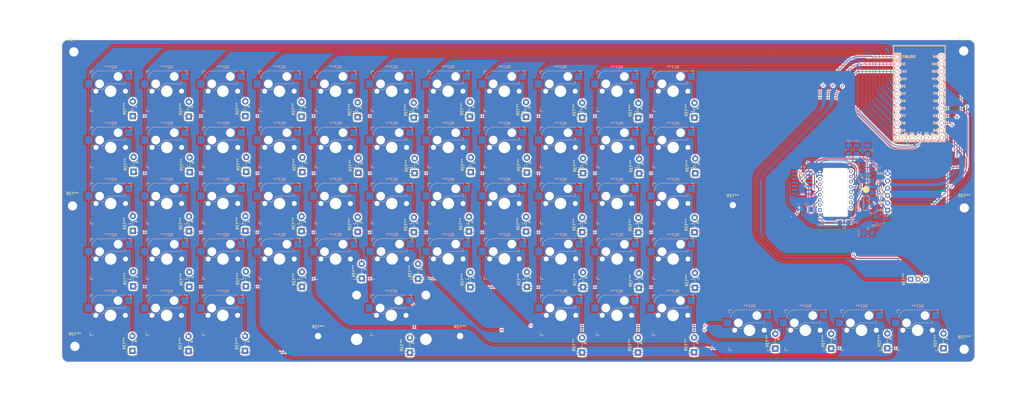
<source format=kicad_pcb>
(kicad_pcb (version 20221018) (generator pcbnew)
  (layers (0 "F.Cu" signal) (31 "B.Cu" signal) (34 "B.Paste" user) (35 "F.Paste" user) (36 "B.SilkS" user "B.Silkscreen") (37 "F.SilkS" user "F.Silkscreen") (38 "B.Mask" user) (39 "F.Mask" user) (44 "Edge.Cuts" user))
  (net 0 "")
  (net 1 "GND")
  (net 2 "VDD_5V")
  (net 3 "VDD_3.3V")
  (net 4 "Net-(C3-Pad1)")
  (net 5 "NCS_I")
  (net 6 "MOSI_I")
  (net 7 "SCLK_I")
  (net 8 "VDD_2V")
  (net 10 "SCLK")
  (net 11 "MOSI")
  (net 12 "MISO")
  (net 13 "NCS")
  (net 22 "Net-(IC1-Pad4)")
  (net 23 "Net-(R4-Pad2)")
  (footprint "keyswitches:Kailh_socket_MX" (layer "F.Cu") (at 155.0538 133.6936)
    (fp_text reference "REF**")
    (fp_text value "Kailh_socket_MX")
  )
  (footprint "Diode_THT:D_DO-41_SOD81_P5.08mm_Vertical_AnodeUp" (layer "F.Cu") (at 183.4 159.572183 90)
    (fp_text reference "REF**")
    (fp_text value "D_DO-41_SOD81_P5.08mm_Vertical_AnodeUp")
  )
  (footprint "keyswitches:Kailh_socket_MX" (layer "F.Cu") (at 116.288533 95.022285)
    (fp_text reference "REF**")
    (fp_text value "Kailh_socket_MX")
  )
  (footprint "MountingHole:MountingHole_3.2mm_M3" (layer "F.Cu") (at 371.053483 81.170234)
    (fp_text reference "REF**")
    (fp_text value "MountingHole_3.2mm_M3")
  )
  (footprint "keyswitches:Kailh_socket_MX" (layer "F.Cu") (at 116.268 172.2)
    (fp_text reference "REF**")
    (fp_text value "Kailh_socket_MX")
  )
  (footprint "Diode_THT:D_DO-41_SOD81_P5.08mm_Vertical_AnodeUp" (layer "F.Cu") (at 85.437267 162.190298 90)
    (fp_text reference "REF**")
    (fp_text value "D_DO-41_SOD81_P5.08mm_Vertical_AnodeUp")
  )
  (footprint "keyswitches:Kailh_socket_MX" (layer "F.Cu") (at 232.3968 133.6936)
    (fp_text reference "REF**")
    (fp_text value "Kailh_socket_MX")
  )
  (footprint "Diode_THT:D_DO-41_SOD81_P5.08mm_Vertical_AnodeUp" (layer "F.Cu") (at 239.869267 143.561315 90)
    (fp_text reference "REF**")
    (fp_text value "D_DO-41_SOD81_P5.08mm_Vertical_AnodeUp")
  )
  (footprint "MountingHole:MountingHole_2.2mm_M2" (layer "F.Cu") (at 197.857667 179.339132)
    (fp_text reference "REF**")
    (fp_text value "MountingHole_2.2mm_M2")
  )
  (footprint "Diode_THT:D_DO-41_SOD81_P5.08mm_Vertical_AnodeUp" (layer "F.Cu") (at 162.623 103.964817 90)
    (fp_text reference "REF**")
    (fp_text value "D_DO-41_SOD81_P5.08mm_Vertical_AnodeUp")
  )
  (footprint "keyswitches:Kailh_socket_MX" (layer "F.Cu") (at 232.5746 172.2)
    (fp_text reference "REF**")
    (fp_text value "Kailh_socket_MX")
  )
  (footprint "keyswitches:Kailh_socket_MX" (layer "F.Cu") (at 193.793667 152.756115)
    (fp_text reference "REF**")
    (fp_text value "Kailh_socket_MX")
  )
  (footprint "MountingHole:MountingHole_3.2mm_M3" (layer "F.Cu") (at 371.256683 135.221434)
    (fp_text reference "REF**")
    (fp_text value "MountingHole_3.2mm_M3")
  )
  (footprint "Diode_THT:D_DO-41_SOD81_P5.08mm_Vertical_AnodeUp" (layer "F.Cu") (at 85.564267 122.769498 90)
    (fp_text reference "REF**")
    (fp_text value "D_DO-41_SOD81_P5.08mm_Vertical_AnodeUp")
  )
  (footprint "Diode_THT:D_DO-41_SOD81_P5.08mm_Vertical_AnodeUp" (layer "F.Cu") (at 239.8136 184.990817 90)
    (fp_text reference "REF**")
    (fp_text value "D_DO-41_SOD81_P5.08mm_Vertical_AnodeUp")
  )
  (footprint "Diode_THT:D_DO-41_SOD81_P5.08mm_Vertical_AnodeUp" (layer "F.Cu") (at 85.28 103.62 90)
    (fp_text reference "REF**")
    (fp_text value "D_DO-41_SOD81_P5.08mm_Vertical_AnodeUp")
  )
  (footprint "Diode_THT:D_DO-41_SOD81_P5.08mm_Vertical_AnodeUp" (layer "F.Cu") (at 181.957267 143.561315 90)
    (fp_text reference "REF**")
    (fp_text value "D_DO-41_SOD81_P5.08mm_Vertical_AnodeUp")
  )
  (footprint "keyswitches:Kailh_socket_MX" (layer "F.Cu") (at 77.7108 114.3896)
    (fp_text reference "REF**")
    (fp_text value "Kailh_socket_MX")
  )
  (footprint "keyswitches:Kailh_socket_MX" (layer "F.Cu") (at 174.3578 114.3896)
    (fp_text reference "REF**")
    (fp_text value "Kailh_socket_MX")
  )
  (footprint "keyswitches:Kailh_socket_MX" (layer "F.Cu") (at 174.18 172.2)
    (fp_text reference "REF**")
    (fp_text value "Kailh_socket_MX")
  )
  (footprint "Diode_THT:D_DO-41_SOD81_P5.08mm_Vertical_AnodeUp" (layer "F.Cu") (at 278.604267 162.698298 90)
    (fp_text reference "REF**")
    (fp_text value "D_DO-41_SOD81_P5.08mm_Vertical_AnodeUp")
  )
  (footprint "Diode_THT:D_DO-41_SOD81_P5.08mm_Vertical_AnodeUp" (layer "F.Cu") (at 143.349267 143.216498 90)
    (fp_text reference "REF**")
    (fp_text value "D_DO-41_SOD81_P5.08mm_Vertical_AnodeUp")
  )
  (footprint "Diode_THT:D_DO-41_SOD81_P5.08mm_Vertical_AnodeUp" (layer "F.Cu") (at 104.868267 122.896498 90)
    (fp_text reference "REF**")
    (fp_text value "D_DO-41_SOD81_P5.08mm_Vertical_AnodeUp")
  )
  (footprint "Diode_THT:D_DO-41_SOD81_P5.08mm_Vertical_AnodeUp" (layer "F.Cu") (at 164.02 159.5 90)
    (fp_text reference "REF**")
    (fp_text value "D_DO-41_SOD81_P5.08mm_Vertical_AnodeUp")
  )
  (footprint "keyswitches:Kailh_socket_MX" (layer "F.Cu") (at 271.081 172.2)
    (fp_text reference "REF**")
    (fp_text value "Kailh_socket_MX")
  )
  (footprint "Diode_THT:D_DO-41_SOD81_P5.08mm_Vertical_AnodeUp" (layer "F.Cu") (at 201.393134 162.49683 90)
    (fp_text reference "REF**")
    (fp_text value "D_DO-41_SOD81_P5.08mm_Vertical_AnodeUp")
  )
  (footprint "keyswitches:Kailh_socket_MX" (layer "F.Cu") (at 77.680533 95.022285)
    (fp_text reference "REF**")
    (fp_text value "Kailh_socket_MX")
  )
  (footprint "keyswitches:Kailh_socket_MX" (layer "F.Cu") (at 135.7498 114.3896)
    (fp_text reference "REF**")
    (fp_text value "Kailh_socket_MX")
  )
  (footprint "Diode_THT:D_DO-41_SOD81_P5.08mm_Vertical_AnodeUp" (layer "F.Cu") (at 85.310267 143.089498 90)
    (fp_text reference "REF**")
    (fp_text value "D_DO-41_SOD81_P5.08mm_Vertical_AnodeUp")
  )
  (footprint "keyswitches:Kailh_socket_MX" (layer "F.Cu") (at 96.964 172.2)
    (fp_text reference "REF**")
    (fp_text value "Kailh_socket_MX")
  )
  (footprint "Diode_THT:D_DO-41_SOD81_P5.08mm_Vertical_AnodeUp" (layer "F.Cu") (at 123.888 184.392 90)
    (fp_text reference "REF**")
    (fp_text value "D_DO-41_SOD81_P5.08mm_Vertical_AnodeUp")
  )
  (footprint "Diode_THT:D_DO-41_SOD81_P5.08mm_Vertical_AnodeUp" (layer "F.Cu") (at 220.535 103.874 90)
    (fp_text reference "REF**")
    (fp_text value "D_DO-41_SOD81_P5.08mm_Vertical_AnodeUp")
  )
  (footprint "MountingHole:MountingHole_3.2mm_M3" (layer "F.Cu") (at 64.577083 134.510234)
    (fp_text reference "REF**")
    (fp_text value "MountingHole_3.2mm_M3")
  )
  (footprint "Diode_THT:D_DO-41_SOD81_P5.08mm_Vertical_AnodeUp" (layer "F.Cu") (at 364.0958 183.539182 90)
    (fp_text reference "REF**")
    (fp_text value "D_DO-41_SOD81_P5.08mm_Vertical_AnodeUp")
  )
  (footprint "Diode_THT:D_DO-41_SOD81_P5.08mm_Vertical_AnodeUp" (layer "F.Cu") (at 220.819267 123.023498 90)
    (fp_text reference "REF**")
    (fp_text value "D_DO-41_SOD81_P5.08mm_Vertical_AnodeUp")
  )
  (footprint "keyswitches:Kailh_socket_MX" (layer "F.Cu") (at 97.0148 133.6936)
    (fp_text reference "REF**")
    (fp_text value "Kailh_socket_MX")
  )
  (footprint "keyswitches:Kailh_socket_MX" (layer "F.Cu") (at 116.3188 152.7944)
    (fp_text reference "REF**")
    (fp_text value "Kailh_socket_MX")
  )
  (footprint "keyswitches:Kailh_socket_MX" (layer "F.Cu") (at 77.7108 152.7944)
    (fp_text reference "REF**")
    (fp_text value "Kailh_socket_MX")
  )
  (footprint "Diode_THT:D_DO-41_SOD81_P5.08mm_Vertical_AnodeUp" (layer "F.Cu") (at 104.457 184.519 90)
    (fp_text reference "REF**")
    (fp_text value "D_DO-41_SOD81_P5.08mm_Vertical_AnodeUp")
  )
  (footprint "keyswitches:Kailh_socket_MX" (layer "F.Cu") (at 251.8278 152.7944)
    (fp_text reference "REF**")
    (fp_text value "Kailh_socket_MX")
  )
  (footprint "keyswitches:Kailh_socket_MX" (layer "F.Cu") (at 97.0148 152.7944)
    (fp_text reference "REF**")
    (fp_text value "Kailh_socket_MX")
  )
  (footprint "Diode_THT:D_DO-41_SOD81_P5.08mm_Vertical_AnodeUp" (layer "F.Cu") (at 162.653267 143.434315 90)
    (fp_text reference "REF**")
    (fp_text value "D_DO-41_SOD81_P5.08mm_Vertical_AnodeUp")
  )
  (footprint "modules:Elite-C" (layer "F.Cu") (at 355.762683 97.121434 -90)
    (fp_text reference "U1" hide)
    (fp_text value "Elite-C" hide)
  )
  (footprint "Diode_THT:D_DO-41_SOD81_P5.08mm_Vertical_AnodeUp" (layer "F.Cu") (at 85.153 184.392 90)
    (fp_text reference "REF**")
    (fp_text value "D_DO-41_SOD81_P5.08mm_Vertical_AnodeUp")
  )
  (footprint "MountingHole:MountingHole_3.2mm_M3" (layer "F.Cu") (at 65.034283 81.475034)
    (fp_text reference "REF**")
    (fp_text value "MountingHole_3.2mm_M3")
  )
  (footprint "keyswitches:Kailh_socket_MX" (layer "F.Cu") (at 174.489667 152.756115)
    (fp_text reference "REF**")
    (fp_text value "Kailh_socket_MX")
  )
  (footprint "Diode_THT:D_DO-41_SOD81_P5.08mm_Vertical_AnodeUp" (layer "F.Cu") (at 344.7918 183.539182 90)
    (fp_text reference "REF**")
    (fp_text value "D_DO-41_SOD81_P5.08mm_Vertical_AnodeUp")
  )
  (footprint "keyswitches:Kailh_socket_MX" (layer "F.Cu") (at 355.205801 177.330801)
    (fp_text reference "REF**")
    (fp_text value "Kailh_socket_MX")
  )
  (footprint "keyswitches:Kailh_socket_MX" (layer "F.Cu") (at 193.758533 95.022285)
    (fp_text reference "REF**")
    (fp_text value "Kailh_socket_MX")
  )
  (footprint "Diode_THT:D_DO-41_SOD81_P5.08mm_Vertical_AnodeUp" (layer "F.Cu") (at 306.26 183.63 90)
    (fp_text reference "REF**")
    (fp_text value "D_DO-41_SOD81_P5.08mm_Vertical_AnodeUp")
  )
  (footprint "Diode_THT:D_DO-41_SOD81_P5.08mm_Vertical_AnodeUp" (layer "F.Cu") (at 278.447 104.128 90)
    (fp_text reference "REF**")
    (fp_text value "D_DO-41_SOD81_P5.08mm_Vertical_AnodeUp")
  )
  (footprint "keyswitches:Kailh_socket_MX" (layer "F.Cu") (at 155.023533 95.022285)
    (fp_text reference "REF**")
    (fp_text value "Kailh_socket_MX")
  )
  (footprint "Diode_THT:D_DO-41_SOD81_P5.08mm_Vertical_AnodeUp" (layer "F.Cu") (at 278.731267 123.277498 90)
    (fp_text reference "REF**")
    (fp_text value "D_DO-41_SOD81_P5.08mm_Vertical_AnodeUp")
  )
  (footprint "keyswitches:Kailh_socket_MX" (layer "F.Cu") (at 232.3968 114.3896)
    (fp_text reference "REF**")
    (fp_text value "Kailh_socket_MX")
  )
  (footprint "keyswitches:Kailh_socket_MX" (layer "F.Cu") (at 193.7888 114.3896)
    (fp_text reference "REF**")
    (fp_text value "Kailh_socket_MX")
  )
  (footprint "Diode_THT:D_DO-41_SOD81_P5.08mm_Vertical_AnodeUp" (layer "F.Cu") (at 220.565267 143.343498 90)
    (fp_text reference "REF**")
    (fp_text value "D_DO-41_SOD81_P5.08mm_Vertical_AnodeUp")
  )
  (footprint "" (layer "F.Cu") (at 327.414337 111.317033)
    (fp_text reference "")
    (fp_text value "")
  )
  (footprint "Diode_THT:D_DO-41_SOD81_P5.08mm_Vertical_AnodeUp" (layer "F.Cu") (at 124.172267 162.190298 90)
    (fp_text reference "REF**")
    (fp_text value "D_DO-41_SOD81_P5.08mm_Vertical_AnodeUp")
  )
  (footprint "Diode_THT:D_DO-41_SOD81_P5.08mm_Vertical_AnodeUp" (layer "F.Cu") (at 124.015 103.62 90)
    (fp_text reference "REF**")
    (fp_text value "D_DO-41_SOD81_P5.08mm_Vertical_AnodeUp")
  )
  (footprint "" (layer "F.Cu") (at 326.572883 111.429833)
    (fp_text reference "")
    (fp_text value "")
  )
  (footprint "keyswitches:Kailh_socket_MX" (layer "F.Cu") (at 193.7888 133.6936)
    (fp_text reference "REF**")
    (fp_text value "Kailh_socket_MX")
  )
  (footprint "Diode_THT:D_DO-41_SOD81_P5.08mm_Vertical_AnodeUp" (layer "F.Cu") (at 240.123267 123.241315 90)
    (fp_text reference "REF**")
    (fp_text value "D_DO-41_SOD81_P5.08mm_Vertical_AnodeUp")
  )
  (footprint "keyswitches:Kailh_socket_MX" (layer "F.Cu") (at 135.719533 95.022285)
    (fp_text reference "REF**")
    (fp_text value "Kailh_socket_MX")
  )
  (footprint "keyswitches:Kailh_socket_MX" (layer "F.Cu") (at 135.7498 152.7944)
    (fp_text reference "REF**")
    (fp_text value "Kailh_socket_MX")
  )
  (footprint "keyswitches:Kailh_socket_MX" (layer "F.Cu") (at 251.8278 114.3896)
    (fp_text reference "REF**")
    (fp_text value "Kailh_socket_MX")
  )
  (footprint "keyswitches:Kailh_socket_MX" (layer "F.Cu") (at 116.3188 114.3896)
    (fp_text reference "REF**")
    (fp_text value "Kailh_socket_MX")
  )
  (footprint "keyswitches:Kailh_socket_MX" (layer "F.Cu") (at 271.1318 114.3896)
    (fp_text reference "REF**")
    (fp_text value "Kailh_socket_MX")
  )
  (footprint "keyswitches:Kailh_socket_MX" (layer "F.Cu") (at 271.101533 95.022285)
    (fp_text reference "REF**")
    (fp_text value "Kailh_socket_MX")
  )
  (footprint "Diode_THT:D_DO-41_SOD81_P5.08mm_Vertical_AnodeUp" (layer "F.Cu") (at 325.487801 183.629999 90)
    (fp_text reference "REF**")
    (fp_text value "D_DO-41_SOD81_P5.08mm_Vertical_AnodeUp")
  )
  (footprint "Diode_THT:D_DO-41_SOD81_P5.08mm_Vertical_AnodeUp" (layer "F.Cu") (at 143.603267 122.896498 90)
    (fp_text reference "REF**")
    (fp_text value "D_DO-41_SOD81_P5.08mm_Vertical_AnodeUp")
  )
  (footprint "Diode_THT:D_DO-41_SOD81_P5.08mm_Vertical_AnodeUp" (layer "F.Cu") (at 259.143 104.218817 90)
    (fp_text reference "REF**")
    (fp_text value "D_DO-41_SOD81_P5.08mm_Vertical_AnodeUp")
  )
  (footprint "keyswitches:Stabilizer_MX_2u" (layer "F.Cu") (at 174.18 172.2)
    (fp_text reference "REF**" hide)
    (fp_text value "Stabilizer_MX_2u" hide)
  )
  (footprint "keyswitches:Kailh_socket_MX" (layer "F.Cu") (at 232.366533 95.022285)
    (fp_text reference "REF**")
    (fp_text value "Kailh_socket_MX")
  )
  (footprint "Diode_THT:D_DO-41_SOD81_P5.08mm_Vertical_AnodeUp" (layer "F.Cu") (at 143.319 103.747 90)
    (fp_text reference "REF**")
    (fp_text value "D_DO-41_SOD81_P5.08mm_Vertical_AnodeUp")
  )
  (footprint "keyswitches:Kailh_socket_MX" (layer "F.Cu") (at 232.528667 152.756115)
    (fp_text reference "REF**")
    (fp_text value "Kailh_socket_MX")
  )
  (footprint "keyswitches:Kailh_socket_MX" (layer "F.Cu") (at 271.1318 152.7944)
    (fp_text reference "REF**")
    (fp_text value "Kailh_socket_MX")
  )
  (footprint "Diode_THT:D_DO-41_SOD81_P5.08mm_Vertical_AnodeUp" (layer "F.Cu") (at 239.839 104.091817 90)
    (fp_text reference "REF**")
    (fp_text value "D_DO-41_SOD81_P5.08mm_Vertical_AnodeUp")
  )
  (footprint "Connector_PinHeader_2.54mm:PinHeader_1x03_P2.54mm_Vertical" (layer "F.Cu") (at 352.816283 159.757834 90)
    (fp_text reference "REF**")
    (fp_text value "PinHeader_1x03_P2.54mm_Vertical")
  )
  (footprint "Diode_THT:D_DO-41_SOD81_P5.08mm_Vertical_AnodeUp" (layer "F.Cu") (at 104.614267 143.216498 90)
    (fp_text reference "REF**")
    (fp_text value "D_DO-41_SOD81_P5.08mm_Vertical_AnodeUp")
  )
  (footprint "Diode_THT:D_DO-41_SOD81_P5.08mm_Vertical_AnodeUp" (layer "F.Cu") (at 259.300267 162.789115 90)
    (fp_text reference "REF**")
    (fp_text value "D_DO-41_SOD81_P5.08mm_Vertical_AnodeUp")
  )
  (footprint "keyswitches:Kailh_socket_MX" (layer "F.Cu") (at 116.3188 133.6936)
    (fp_text reference "REF**")
    (fp_text value "Kailh_socket_MX")
  )
  (footprint "Diode_THT:D_DO-41_SOD81_P5.08mm_Vertical_AnodeUp" (layer "F.Cu") (at 104.584 103.747 90)
    (fp_text reference "REF**")
    (fp_text value "D_DO-41_SOD81_P5.08mm_Vertical_AnodeUp")
  )
  (footprint "Diode_THT:D_DO-41_SOD81_P5.08mm_Vertical_AnodeUp" (layer "F.Cu") (at 201.231 103.747 90)
    (fp_text reference "REF**")
    (fp_text value "D_DO-41_SOD81_P5.08mm_Vertical_AnodeUp")
  )
  (footprint "keyswitches:Kailh_socket_MX" (layer "F.Cu") (at 155.0538 114.3896)
    (fp_text reference "REF**")
    (fp_text value "Kailh_socket_MX")
  )
  (footprint "keyswitches:Kailh_socket_MX" (layer "F.Cu") (at 174.327533 95.022285)
    (fp_text reference "REF**")
    (fp_text value "Kailh_socket_MX")
  )
  (footprint "keyswitches:Kailh_socket_MX" (layer "F.Cu") (at 335.901801 177.330801)
    (fp_text reference "REF**")
    (fp_text value "Kailh_socket_MX")
  )
  (footprint "Diode_THT:D_DO-41_SOD81_P5.08mm_Vertical_AnodeUp" (layer "F.Cu") (at 182.211267 123.241315 90)
    (fp_text reference "REF**")
    (fp_text value "D_DO-41_SOD81_P5.08mm_Vertical_AnodeUp")
  )
  (footprint "Connector_PinHeader_2.54mm:PinHeader_1x06_P2.54mm_Vertical" (layer "F.Cu") (at 344.840683 123.334234)
    (fp_text reference "J1" hide)
    (fp_text value "Conn_01x06_Female")
  )
  (footprint "Diode_THT:D_DO-41_SOD81_P5.08mm_Vertical_AnodeUp" (layer "F.Cu") (at 278.477267 143.597498 90)
    (fp_text reference "REF**")
    (fp_text value "D_DO-41_SOD81_P5.08mm_Vertical_AnodeUp")
  )
  (footprint "Diode_THT:D_DO-41_SOD81_P5.08mm_Vertical_AnodeUp" (layer "F.Cu") (at 201.515267 122.896498 90)
    (fp_text reference "REF**")
    (fp_text value "D_DO-41_SOD81_P5.08mm_Vertical_AnodeUp")
  )
  (footprint "Diode_THT:D_DO-41_SOD81_P5.08mm_Vertical_AnodeUp" (layer "F.Cu") (at 240.128134 162.49683 90)
    (fp_text reference "REF**")
    (fp_text value "D_DO-41_SOD81_P5.08mm_Vertical_AnodeUp")
  )
  (footprint "Diode_THT:D_DO-41_SOD81_P5.08mm_Vertical_AnodeUp" (layer "F.Cu") (at 124.045267 143.089498 90)
    (fp_text reference "REF**")
    (fp_text value "D_DO-41_SOD81_P5.08mm_Vertical_AnodeUp")
  )
  (footprint "Diode_THT:D_DO-41_SOD81_P5.08mm_Vertical_AnodeUp" (layer "F.Cu") (at 143.476267 162.317298 90)
    (fp_text reference "REF**")
    (fp_text value "D_DO-41_SOD81_P5.08mm_Vertical_AnodeUp")
  )
  (footprint "Diode_THT:D_DO-41_SOD81_P5.08mm_Vertical_AnodeUp" (layer "F.Cu") (at 124.299267 122.769498 90)
    (fp_text reference "REF**")
    (fp_text value "D_DO-41_SOD81_P5.08mm_Vertical_AnodeUp")
  )
  (footprint "keyswitches:Kailh_socket_MX" (layer "F.Cu") (at 135.7498 133.6936)
    (fp_text reference "REF**")
    (fp_text value "Kailh_socket_MX")
  )
  (footprint "keyswitches:Kailh_socket_MX" (layer "F.Cu") (at 316.5978 177.330801)
    (fp_text reference "REF**")
    (fp_text value "Kailh_socket_MX")
  )
  (footprint "keyswitches:Kailh_socket_MX" (layer "F.Cu") (at 213.097667 152.756115)
    (fp_text reference "REF**")
    (fp_text value "Kailh_socket_MX")
  )
  (footprint "keyswitches:Kailh_socket_MX" (layer "F.Cu") (at 213.062533 95.022285)
    (fp_text reference "REF**")
    (fp_text value "Kailh_socket_MX")
  )
  (footprint "Diode_THT:D_DO-41_SOD81_P5.08mm_Vertical_AnodeUp" (layer "F.Cu") (at 181.927 104.091817 90)
    (fp_text reference "REF**")
    (fp_text value "D_DO-41_SOD81_P5.08mm_Vertical_AnodeUp")
  )
  (footprint "keyswitches:Kailh_socket_MX" (layer "F.Cu") (at 251.777 172.2)
    (fp_text reference "REF**")
    (fp_text value "Kailh_socket_MX")
  )
  (footprint "keyswitches:Kailh_socket_MX" (layer "F.Cu") (at 96.984533 95.022285)
    (fp_text reference "REF**")
    (fp_text value "Kailh_socket_MX")
  )
  (footprint "keyswitches:Kailh_socket_MX" (layer "F.Cu") (at 77.66 172.2)
    (fp_text reference "REF**")
    (fp_text value "Kailh_socket_MX")
  )
  (footprint "keyswitches:Kailh_socket_MX" (layer "F.Cu") (at 297.37 177.3308)
    (fp_text reference "REF**")
    (fp_text value "Kailh_socket_MX")
  )
  (footprint "Diode_THT:D_DO-41_SOD81_P5.08mm_Vertical_AnodeUp" (layer "F.Cu") (at 278.32 184.9 90)
    (fp_text reference "REF**")
    (fp_text value "D_DO-41_SOD81_P5.08mm_Vertical_AnodeUp")
  )
  (footprint "MountingHole:MountingHole_2.2mm_M2" (layer "F.Cu") (at 291.65 134.25)
    (fp_text reference "REF**")
    (fp_text value "MountingHole_2.2mm_M2")
  )
  (footprint "Diode_THT:D_DO-41_SOD81_P5.08mm_Vertical_AnodeUp" (layer "F.Cu") (at 220.824134 162.36983 90)
    (fp_text reference "REF**")
    (fp_text value "D_DO-41_SOD81_P5.08mm_Vertical_AnodeUp")
  )
  (footprint "MountingHole:MountingHole_3.2mm_M3" (layer "F.Cu") (at 65.389883 182.871834)
    (fp_text reference "REF**")
    (fp_text value "MountingHole_3.2mm_M3")
  )
  (footprint "Diode_THT:D_DO-41_SOD81_P5.08mm_Vertical_AnodeUp" (layer "F.Cu") (at 200.9 143.322183 90)
    (fp_text reference "REF**")
    (fp_text value "D_DO-41_SOD81_P5.08mm_Vertical_AnodeUp")
  )
  (footprint "keyswitches:Kailh_socket_MX" (layer "F.Cu") (at 251.8278 133.6936)
    (fp_text reference "REF**")
    (fp_text value "Kailh_socket_MX")
  )
  (footprint "keyswitches:Kailh_socket_MX" (layer "F.Cu") (at 174.3578 133.6936)
    (fp_text reference "REF**")
    (fp_text value "Kailh_socket_MX")
  )
  (footprint "keyswitches:Kailh_socket_MX" (layer "F.Cu") (at 97.0148 114.3896)
    (fp_text reference "REF**")
    (fp_text value "Kailh_socket_MX")
  )
  (footprint "Diode_THT:D_DO-41_SOD81_P5.08mm_Vertical_AnodeUp" (layer "F.Cu") (at 259.016 184.990817 90)
    (fp_text reference "REF**")
    (fp_text value "D_DO-41_SOD81_P5.08mm_Vertical_AnodeUp")
  )
  (footprint "Diode_THT:D_DO-41_SOD81_P5.08mm_Vertical_AnodeUp" (layer "F.Cu") (at 259.427267 123.368315 90)
    (fp_text reference "REF**")
    (fp_text value "D_DO-41_SOD81_P5.08mm_Vertical_AnodeUp")
  )
  (footprint "keyswitches:Kailh_socket_MX" (layer "F.Cu") (at 271.1318 133.6936)
    (fp_text reference "REF**")
    (fp_text value "Kailh_socket_MX")
  )
  (footprint "keyswitches:Kailh_socket_MX" (layer "F.Cu") (at 213.0928 114.3896)
    (fp_text reference "REF**")
    (fp_text value "Kailh_socket_MX")
  )
  (footprint "keyswitches:Kailh_socket_MX" (layer "F.Cu") (at 155.0538 152.7944)
    (fp_text reference "REF**")
    (fp_text value "Kailh_socket_MX")
  )
  (footprint "Diode_THT:D_DO-41_SOD81_P5.08mm_Vertical_AnodeUp" (layer "F.Cu") (at 104.741267 162.317298 90)
    (fp_text reference "REF**")
    (fp_text value "D_DO-41_SOD81_P5.08mm_Vertical_AnodeUp")
  )
  (footprint "keyswitches:Kailh_socket_MX" (layer "F.Cu") (at 77.7108 133.6936)
    (fp_text reference "REF**")
    (fp_text value "Kailh_socket_MX")
  )
  (footprint "Diode_THT:D_DO-41_SOD81_P5.08mm_Vertical_AnodeUp" (layer "F.Cu") (at 162.907267 123.114315 90)
    (fp_text reference "REF**")
    (fp_text value "D_DO-41_SOD81_P5.08mm_Vertical_AnodeUp")
  )
  (footprint "MountingHole:MountingHole_2.2mm_M2" (layer "F.Cu") (at 149.013467 179.364532)
    (fp_text reference "REF**")
    (fp_text value "MountingHole_2.2mm_M2")
  )
  (footprint "Diode_THT:D_DO-41_SOD81_P5.08mm_Vertical_AnodeUp" (layer "F.Cu") (at 259.173267 143.688315 90)
    (fp_text reference "REF**")
    (fp_text value "D_DO-41_SOD81_P5.08mm_Vertical_AnodeUp")
  )
  (footprint "Diode_THT:D_DO-41_SOD81_P5.08mm_Vertical_AnodeUp" (layer "F.Cu") (at 180.5808 185.029102 90)
    (fp_text reference "REF**")
    (fp_text value "D_DO-41_SOD81_P5.08mm_Vertical_AnodeUp")
  )
  (footprint "keyswitches:Kailh_socket_MX" (layer "F.Cu") (at 251.797533 95.022285)
    (fp_text reference "REF**")
    (fp_text value "Kailh_socket_MX")
  )
  (footprint "MountingHole:MountingHole_3.2mm_M3" (layer "F.Cu") (at 371.205883 183.887834)
    (fp_text reference "REF**")
    (fp_text value "MountingHole_3.2mm_M3")
  )
  (footprint "keyswitches:Kailh_socket_MX" (layer "F.Cu") (at 213.0928 133.6936)
    (fp_text reference "REF**")
    (fp_text value "Kailh_socket_MX")
  )
  (footprint "local:DIP-16_W10.16mm" (layer "B.Cu") (at 322.676683 137.472234)
    (fp_text reference "U2" hide)
    (fp_text value "PMW3360DM-T2QU")
  )
  (footprint "Resistor_SMD:R_1206_3216Metric_Pad1.42x1.75mm_HandSolder" (layer "B.Cu") (at 338.075683 129.928234)
    (fp_text reference "R1")
    (fp_text value "10k")
  )
  (footprint "local:SOIC127P600X175-14N" (layer "B.Cu") (at 315.365683 126.484234 180)
    (fp_text reference "U4")
    (fp_text value "TXS0104EDR")
  )
  (footprint "Capacitor_SMD:C_1206_3216Metric_Pad1.42x1.75mm_HandSolder" (layer "B.Cu") (at 316.993683 135.770234 180)
    (fp_text reference "C3")
    (fp_text value "4.7uF")
  )
  (footprint "Package_TO_SOT_SMD:TSOT-23_HandSoldering" (layer "B.Cu") (at 342.715683 139.084234)
    (fp_text reference "U1")
    (fp_text value "XC6206P332MR")
  )
  (footprint "Capacitor_SMD:C_1206_3216Metric_Pad1.42x1.75mm_HandSolder" (layer "B.Cu") (at 338.075683 143.898234 180)
    (fp_text reference "C1")
    (fp_text value "2.2uF")
  )
  (footprint "local:AP7331" (layer "B.Cu") (at 338.015683 121.234234 180)
    (fp_text reference "IC1")
    (fp_text value "AP7335-WG-7" hide)
  )
  (footprint "Capacitor_SMD:C_1206_3216Metric_Pad1.42x1.75mm_HandSolder" (layer "B.Cu") (at 338.075683 125.864234 180)
    (fp_text reference "C4")
    (fp_text value "1uF")
  )
  (footprint "Resistor_SMD:R_1206_3216Metric_Pad1.42x1.75mm_HandSolder" (layer "B.Cu") (at 334.215683 115.184234 -90)
    (fp_text reference "R3")
    (fp_text value "15k")
  )
  (footprint "Capacitor_SMD:C_1206_3216Metric_Pad1.42x1.75mm_HandSolder" (layer "B.Cu") (at 338.015683 115.234234 90)
    (fp_text reference "C5")
    (fp_text value "1uF")
  )
  (footprint "Resistor_SMD:R_1206_3216Metric_Pad1.42x1.75mm_HandSolder" (layer "B.Cu") (at 331.565683 115.184234 90)
    (fp_text reference "R2")
    (fp_text value "10k")
  )
  (footprint "Capacitor_SMD:C_1206_3216Metric_Pad1.42x1.75mm_HandSolder" (layer "B.Cu") (at 338.075683 134.246234 180)
    (fp_text reference "C2")
    (fp_text value "10uF")
  )
  (footprint "Resistor_SMD:R_1206_3216Metric_Pad1.42x1.75mm_HandSolder" (layer "B.Cu") (at 329.965683 140.284234)
    (fp_text reference "R4")
    (fp_text value "39")
  )
  (gr_circle (center 321.605683 137.614234) (end 322.127219 137.614234) (stroke (width 0.3)) (fill none) (layer "B.SilkS"))
  (gr_rect (start 314.415683 122.934234) (end 316.515683 123.734234) (stroke (width 0.12)) (fill solid) (layer "B.SilkS"))
  (gr_rect (start 336.665683 131.184234) (end 338.515683 136.034234) (stroke (width 0.12)) (fill none) (layer "F.SilkS"))
  (gr_circle (center 337.515683 128.834234) (end 338.649261 128.834234) (stroke (width 0.12)) (fill solid) (layer "F.SilkS"))
  (gr_line (start 323.177683 138.222235) (end 330.677683 138.222235) (stroke (width 0.1)) (layer "Edge.Cuts"))
  (gr_line (start 322.677683 137.722235) (end 322.677683 121.972235) (stroke (width 0.1)) (layer "Edge.Cuts"))
  (gr_arc (start 60.995683 79.385634) (mid 61.581469 77.97142) (end 62.995683 77.385634) (stroke (width 0.1)) (layer "Edge.Cuts"))
  (gr_line (start 62.995683 77.385634) (end 372.787283 77.385634) (stroke (width 0.1)) (layer "Edge.Cuts"))
  (gr_line (start 374.787283 79.385634) (end 374.787283 186.180434) (stroke (width 0.1)) (layer "Edge.Cuts"))
  (gr_line (start 323.177683 121.472235) (end 330.677683 121.472235) (stroke (width 0.1)) (layer "Edge.Cuts"))
  (gr_arc (start 323.177683 138.222235) (mid 322.82413 138.075788) (end 322.677683 137.722235) (stroke (width 0.1)) (layer "Edge.Cuts"))
  (gr_line (start 331.177683 121.972235) (end 331.177683 137.722235) (stroke (width 0.1)) (layer "Edge.Cuts"))
  (gr_arc (start 374.787283 186.180434) (mid 374.201497 187.594648) (end 372.787283 188.180434) (stroke (width 0.1)) (layer "Edge.Cuts"))
  (gr_line (start 372.787283 188.180434) (end 62.995683 188.180434) (stroke (width 0.1)) (layer "Edge.Cuts"))
  (gr_arc (start 62.995683 188.180434) (mid 61.581468 187.594644) (end 60.995683 186.180434) (stroke (width 0.1)) (layer "Edge.Cuts"))
  (gr_line (start 60.995683 186.180434) (end 60.995683 79.385634) (stroke (width 0.1)) (layer "Edge.Cuts"))
  (gr_arc (start 330.677683 121.472235) (mid 331.031236 121.618682) (end 331.177683 121.972235) (stroke (width 0.1)) (layer "Edge.Cuts"))
  (gr_arc (start 331.177683 137.722235) (mid 331.031236 138.075788) (end 330.677683 138.222235) (stroke (width 0.1)) (layer "Edge.Cuts"))
  (gr_arc (start 322.677683 121.972235) (mid 322.82413 121.618682) (end 323.177683 121.472235) (stroke (width 0.1)) (layer "Edge.Cuts"))
  (gr_arc (start 372.787283 77.385634) (mid 374.201496 77.971416) (end 374.787283 79.385634) (stroke (width 0.1)) (layer "Edge.Cuts"))
  (gr_text "2.2u" (at 335.065683 143.884234 90) (layer "B.SilkS") (effects (font (size 0.75 0.75) (thickness 0.1)) (justify mirror)))
  (gr_text "MOSI" (at 342.143683 130.924234) (layer "B.SilkS") (effects (font (size 0.75 0.75) (thickness 0.1)) (justify mirror)))
  (gr_text "10u" (at 334.965683 134.334234 90) (layer "B.SilkS") (effects (font (size 0.75 0.75) (thickness 0.1)) (justify mirror)))
  (gr_text "1u" (at 339.765683 115.484234 270) (layer "B.SilkS") (effects (font (size 0.75 0.75) (thickness 0.1)) (justify mirror)))
  (gr_text "+5V" (at 342.357969 135.964234) (layer "B.SilkS") (effects (font (size 0.75 0.75) (thickness 0.1)) (justify mirror)))
  (gr_text "GND" (at 340.365683 141.184234) (layer "B.SilkS") (effects (font (size 0.75 0.75) (thickness 0.1)) (justify mirror)))
  (gr_text "5V" (at 344.565683 138.034234) (layer "B.SilkS") (effects (font (size 0.75 0.75) (thickness 0.1)) (justify mirror)))
  (gr_text "GND" (at 342.357969 123.364234) (layer "B.SilkS") (effects (font (size 0.75 0.75) (thickness 0.1)) (justify mirror)))
  (gr_text "GND" (at 333.785683 140.194234) (layer "B.SilkS") (effects (font (size 0.75 0.75) (thickness 0.1)) (justify mirror)))
  (gr_text "10k" (at 334.965683 129.964234 90) (layer "B.SilkS") (effects (font (size 0.75 0.75) (thickness 0.1)) (justify mirror)))
  (gr_text "EN" (at 341.115683 122.384234) (layer "B.SilkS") (effects (font (size 0.75 0.75) (thickness 0.1)) (justify mirror)))
  (gr_text "10k" (at 331.665683 112.134234) (layer "B.SilkS") (effects (font (size 0.75 0.75) (thickness 0.1)) (justify mirror)))
  (gr_text "5V" (at 341.115683 120.284234) (layer "B.SilkS") (effects (font (size 0.75 0.75) (thickness 0.1)) (justify mirror)))
  (gr_text "15k" (at 334.315683 112.134234) (layer "B.SilkS") (effects (font (size 0.75 0.75) (thickness 0.1)) (justify mirror)))
  (gr_text "2V" (at 334.790683 120.284234) (layer "B.SilkS") (effects (font (size 0.75 0.75) (thickness 0.1)) (justify mirror)))
  (gr_text "GND" (at 341.579969 121.334234) (layer "B.SilkS") (effects (font (size 0.75 0.75) (thickness 0.1)) (justify mirror)))
  (gr_text "SS" (at 342.78654 133.444234) (layer "B.SilkS") (effects (font (size 0.75 0.75) (thickness 0.1)) (justify mirror)))
  (gr_text "39" (at 327.015683 140.184234 90) (layer "B.SilkS") (effects (font (size 0.75 0.75) (thickness 0.1)) (justify mirror)))
  (gr_text "1u" (at 334.965683 125.914234 90) (layer "B.SilkS") (effects (font (size 0.75 0.75) (thickness 0.1)) (justify mirror)))
  (gr_text "MISO" (at 342.143683 125.884234) (layer "B.SilkS") (effects (font (size 0.75 0.75) (thickness 0.1)) (justify mirror)))
  (gr_text "3.3V" (at 339.665683 136.984234) (layer "B.SilkS") (effects (font (size 0.75 0.75) (thickness 0.1)) (justify mirror)))
  (gr_text "ADJ" (at 334.565683 122.184234) (layer "B.SilkS") (effects (font (size 0.75 0.75) (thickness 0.1)) (justify mirror)))
  (gr_text "4.7u" (at 313.915683 135.784234 90) (layer "B.SilkS") (effects (font (size 0.75 0.75) (thickness 0.1)) (justify mirror)))
  (gr_text "SCK" (at 342.393683 128.404234) (layer "B.SilkS") (effects (font (size 0.75 0.75) (thickness 0.1)) (justify mirror)))
  (gr_text "SS" (at 342.80854 133.444234) (layer "F.SilkS") (effects (font (size 0.75 0.75) (thickness 0.1))))
  (gr_text "SCK" (at 342.415683 128.404234) (layer "F.SilkS") (effects (font (size 0.75 0.75) (thickness 0.1))))
  (gr_text "GND" (at 342.379969 123.364234) (layer "F.SilkS") (effects (font (size 0.75 0.75) (thickness 0.1))))
  (gr_text "MISO" (at 342.165683 125.884234) (layer "F.SilkS") (effects (font (size 0.75 0.75) (thickness 0.1))))
  (gr_text "MOSI" (at 342.165683 130.924234) (layer "F.SilkS") (effects (font (size 0.75 0.75) (thickness 0.1))))
  (gr_text "+5V" (at 342.379969 135.964234) (layer "F.SilkS") (effects (font (size 0.75 0.75) (thickness 0.1))))
  (segment (start 348.334085 152.735636) (end 355.356283 159.757834) (width 0.25) (layer "F.Cu") (net 0))
  (segment (start 331.86769 87.285226) (end 326.044683 93.108234) (width 0.2) (layer "F.Cu") (net 0))
  (segment (start 278.80621 104.128) (end 286.29104 104.128) (width 0.2) (layer "F.Cu") (net 0))
  (segment (start 280.271043 143.128956) (end 281.351251 142.048749) (width 0.2) (layer "F.Cu") (net 0))
  (segment (start 296.067709 96.605294) (end 290.138796 102.534207) (width 0.2) (layer "F.Cu") (net 0))
  (segment (start 334.698643 88.046194) (end 334.782283 88.129834) (width 0.2) (layer "F.Cu") (net 0))
  (segment (start 357.217119 115.003034) (end 348.923446 115.003034) (width 0.2) (layer "F.Cu") (net 0))
  (segment (start 288.476446 109.492871) (end 288.392871 109.576446) (width 0.2) (layer "F.Cu") (net 0))
  (segment (start 358.982075 112.952041) (end 360.842683 111.091434) (width 0.2) (layer "F.Cu") (net 0))
  (segment (start 334.801046 83.151434) (end 348.142683 83.151434) (width 0.2) (layer "F.Cu") (net 0))
  (segment (start 322.691883 93.006634) (end 330.95329 84.745226) (width 0.2) (layer "F.Cu") (net 0))
  (segment (start 325.924319 97.273834) (end 302.949446 97.273834) (width 0.2) (layer "F.Cu") (net 0))
  (segment (start 280.643061 183.539182) (end 364.0958 183.539182) (width 0.2) (layer "F.Cu") (net 0))
  (segment (start 329.772075 98.867626) (end 344.82169 113.917241) (width 0.2) (layer "F.Cu") (net 0))
  (segment (start 143.476267 162.317298) (end 144.884916 160.908649) (width 0.2) (layer "F.Cu") (net 0))
  (segment (start 278.746726 162.698298) (end 279.402984 162.698298) (width 0.2) (layer "F.Cu") (net 0))
  (segment (start 86.177477 143.597498) (end 278.477267 143.597498) (width 0.2) (layer "F.Cu") (net 0))
  (segment (start 164.143224 159.572183) (end 183.4 159.572183) (width 0.2) (layer "F.Cu") (net 0))
  (segment (start 299.915465 95.011502) (end 325.846387 95.011502) (width 0.2) (layer "F.Cu") (net 0))
  (segment (start 282.9 131.156856) (end 282.9 135.843144) (width 0.2) (layer "F.Cu") (net 0))
  (segment (start 355.134319 114.545834) (end 346.872683 114.545834) (width 0.2) (layer "F.Cu") (net 0))
  (segment (start 356.880283 112.513834) (end 358.302683 111.091434) (width 0.2) (layer "F.Cu") (net 0))
  (segment (start 201.393134 162.49683) (end 199.93081 161.034506) (width 0.2) (layer "F.Cu") (net 0))
  (segment (start 325.822719 95.699034) (end 301.527046 95.699034) (width 0.2) (layer "F.Cu") (net 0))
  (segment (start 335.027567 88.231434) (end 348.142683 88.231434) (width 0.2) (layer "F.Cu") (net 0))
  (segment (start 288.476446 109.492871) (end 299.10169 98.867626) (width 0.2) (layer "F.Cu") (net 0))
  (segment (start 335.715446 85.691434) (end 348.142683 85.691434) (width 0.2) (layer "F.Cu") (net 0))
  (segment (start 329.619675 97.953226) (end 345.07569 113.409241) (width 0.2) (layer "F.Cu") (net 0))
  (segment (start 364.855883 100.906343) (end 364.855883 111.088261) (width 0.2) (layer "F.Cu") (net 0))
  (segment (start 85.818267 123.023498) (end 85.564267 122.769498) (width 0.2) (layer "F.Cu") (net 0))
  (segment (start 347.863283 152.645834) (end 335.237987 152.645834) (width 0.25) (layer "F.Cu") (net 0))
  (segment (start 143.476267 162.317298) (end 85.654069 162.317298) (width 0.2) (layer "F.Cu") (net 0))
  (segment (start 201.393134 162.49683) (end 278.260339 162.49683) (width 0.2) (layer "F.Cu") (net 0))
  (segment (start 360.43311 115.511034) (end 348.669446 115.511034) (width 0.2) (layer "F.Cu") (net 0))
  (segment (start 288.392871 109.576446) (end 288.476446 109.492871) (width 0.2) (layer "F.Cu") (net 0))
  (segment (start 222.15 175.75) (end 282.15 175.75) (width 0.2) (layer "F.Cu") (net 0))
  (segment (start 196.400449 159.572183) (end 183.4 159.572183) (width 0.2) (layer "F.Cu") (net 0))
  (segment (start 277.357756 184.9) (end 86.02021 184.9) (width 0.2) (layer "F.Cu") (net 0))
  (segment (start 182.11 169.919655) (end 182.11 177.338594) (width 0.25) (layer "F.Cu") (net 0))
  (segment (start 334.611922 88.046194) (end 329.346683 93.311434) (width 0.2) (layer "F.Cu") (net 0))
  (segment (start 282.556206 160.343792) (end 280.76648 162.133519) (width 0.2) (layer "F.Cu") (net 0))
  (segment (start 85.500767 162.253798) (end 85.945267 162.698298) (width 0.2) (layer "F.Cu") (net 0))
  (segment (start 85.564267 143.343498) (end 85.310267 143.089498) (width 0.2) (layer "F.Cu") (net 0))
  (segment (start 212.15 177.25) (end 281.9 177.25) (width 0.2) (layer "F.Cu") (net 0))
  (segment (start 181.29 167.94) (end 180.47 167.12) (width 0.25) (layer "F.Cu") (net 0))
  (segment (start 345.43129 112.342441) (end 329.694143 96.605294) (width 0.2) (layer "F.Cu") (net 0))
  (segment (start 364.119283 99.128034) (end 363.382683 98.391434) (width 0.2) (layer "F.Cu") (net 0))
  (segment (start 284.15 156.496036) (end 284.15 116.073281) (width 0.2) (layer "F.Cu") (net 0))
  (segment (start 277.579789 103.62) (end 85.28 103.62) (width 0.2) (layer "F.Cu") (net 0))
  (segment (start 333.156683 151.426634) (end 333.766283 152.036234) (width 0.25) (layer "F.Cu") (net 0))
  (segment (start 298.39049 97.953226) (end 287.253382 109.090334) (width 0.2) (layer "F.Cu") (net 0))
  (segment (start 364.424083 96.892834) (end 363.382683 95.851434) (width 0.2) (layer "F.Cu") (net 0))
  (segment (start 297.67929 97.292826) (end 283.529851 111.442266) (width 0.2) (layer "F.Cu") (net 0))
  (segment (start 148.285695 159.5) (end 163.968958 159.5) (width 0.2) (layer "F.Cu") (net 0))
  (segment (start 361.064875 113.409241) (end 363.382683 111.091434) (width 0.2) (layer "F.Cu") (net 0))
  (segment (start 280.275989 122.87401) (end 280.90428 122.245719) (width 0.2) (layer "F.Cu") (net 0))
  (segment (start 287.213583 109.186416) (end 284.493792 111.906207) (width 0.2) (layer "F.Cu") (net 0))
  (segment (start 279.301884 123.277498) (end 278.731267 123.277498) (width 0.2) (layer "F.Cu") (net 0))
  (segment (start 329.670475 97.292826) (end 346.872683 114.495034) (width 0.2) (layer "F.Cu") (net 0))
  (segment (start 349.279046 113.936234) (end 353.446305 113.936234) (width 0.2) (layer "F.Cu") (net 0))
  (segment (start 282.9 115.753963) (end 282.9 131.156856) (width 0.2) (layer "F.Cu") (net 0))
  (segment (start 348.117283 152.645834) (end 347.863283 152.645834) (width 0.25) (layer "F.Cu") (net 0))
  (segment (start 365.6229 182.012082) (end 364.0958 183.539182) (width 0.2) (layer "F.Cu") (net 0))
  (segment (start 288.392871 109.576446) (end 285.743792 112.225525) (width 0.2) (layer "F.Cu") (net 0))
  (segment (start 282.9 138.309738) (end 282.9 135.843144) (width 0.2) (layer "F.Cu") (net 0))
  (segment (start 288.392871 109.576446) (end 288.351083 109.618234) (width 0.2) (layer "F.Cu") (net 0))
  (segment (start 181.3454 179.184502) (end 180.5808 179.949102) (width 0.25) (layer "F.Cu") (net 0))
  (segment (start 86.431477 123.277498) (end 278.731267 123.277498) (width 0.2) (layer "F.Cu") (net 0))
  (segment (start 365.465483 167.874349) (end 365.465483 99.406996) (width 0.2) (layer "F.Cu") (net 0))
  (segment (start 281.936059 119.754785) (end 281.936059 115.290022) (width 0.2) (layer "F.Cu") (net 0))
  (segment (start 85.407 184.646) (end 85.153 184.392) (width 0.2) (layer "F.Cu") (net 0))
  (segment (start 367.15 178.325336) (end 367.15 171.941133) (width 0.2) (layer "F.Cu") (net 0))
  (segment (start 302.238246 96.359434) (end 325.771919 96.359434) (width 0.2) (layer "F.Cu") (net 0))
  (segment (start 279.139884 143.597498) (end 278.477267 143.597498) (width 0.2) (layer "F.Cu") (net 0))
  (via (at 281.9 177.25) (size 0.6) (drill 0.3) (layers "F.Cu" "B.Cu") (net 0))
  (via (at 329.346683 93.311434) (size 0.8) (drill 0.4) (layers "F.Cu" "B.Cu") (net 0))
  (via (at 322.691883 93.006634) (size 0.8) (drill 0.4) (layers "F.Cu" "B.Cu") (net 0))
  (via (at 212.15 177.25) (size 0.6) (drill 0.3) (layers "F.Cu" "B.Cu") (net 0))
  (via (at 180.47 167.12) (size 0.6) (drill 0.3) (layers "F.Cu" "B.Cu") (net 0))
  (via (at 326.044683 93.108234) (size 0.8) (drill 0.4) (layers "F.Cu" "B.Cu") (net 0))
  (via (at 282.15 175.75) (size 0.6) (drill 0.3) (layers "F.Cu" "B.Cu") (net 0))
  (via (at 333.156683 151.426634) (size 0.8) (drill 0.4) (layers "F.Cu" "B.Cu") (net 0))
  (via (at 222.15 175.75) (size 0.6) (drill 0.3) (layers "F.Cu" "B.Cu") (net 0))
  (arc (start 288.392871 109.576446) (mid 288.392871 109.576445) (end 288.392871 109.576446) (width 0.2) (layer "F.Cu") (net 0))
  (arc (start 356.880283 112.513834) (mid 355.30476 113.566564) (end 353.446305 113.936234) (width 0.2) (layer "F.Cu") (net 0))
  (arc (start 280.643061 183.539182) (mid 279.754064 183.716014) (end 279.000409 184.219591) (width 0.2) (layer "F.Cu") (net 0))
  (arc (start 283.529851 111.442266) (mid 282.350272 113.207631) (end 281.936059 115.290022) (width 0.2) (layer "F.Cu") (net 0))
  (arc (start 164.056091 159.536091) (mid 164.016114 159.509379) (end 163.968958 159.5) (width 0.2) (layer "F.Cu") (net 0))
  (arc (start 348.334085 152.735636) (mid 348.234615 152.669172) (end 348.117283 152.645834) (width 0.25) (layer "F.Cu") (net 0))
  (arc (start 279.000409 184.219591) (mid 278.246753 184.723167) (end 277.357756 184.9) (width 0.2) (layer "F.Cu") (net 0))
  (arc (start 85.407 184.646) (mid 85.688343 184.833987) (end 86.02021 184.9) (width 0.2) (layer "F.Cu") (net 0))
  (arc (start 85.500767 162.253798) (mid 85.500767 162.253798) (end 85.500767 162.253798) (width 0.2) (layer "F.Cu") (net 0))
  (arc (start 334.782283 88.129834) (mid 334.89482 88.205029) (end 335.027567 88.231434) (width 0.2) (layer "F.Cu") (net 0))
  (arc (start 363.560483 114.215634) (mid 362.125632 115.17437) (end 360.43311 115.511034) (width 0.2) (layer "F.Cu") (net 0))
  (arc (start 335.715446 85.691434) (mid 333.633055 86.105647) (end 331.86769 87.285226) (width 0.2) (layer "F.Cu") (net 0))
  (arc (start 301.527046 95.699034) (mid 299.444655 96.113247) (end 297.67929 97.292826) (width 0.2) (layer "F.Cu") (net 0))
  (arc (start 287.233483 109.138375) (mid 287.228311 109.164374) (end 287.213583 109.186416) (width 0.2) (layer "F.Cu") (net 0))
  (arc (start 284.15 156.496036) (mid 283.735786 158.578426) (end 282.556206 160.343792) (width 0.2) (layer "F.Cu") (net 0))
  (arc (start 302.238246 96.359434) (mid 300.155855 96.773647) (end 298.39049 97.953226) (width 0.2) (layer "F.Cu") (net 0))
  (arc (start 278.503533 162.597564) (mid 278.391954 162.523009) (end 278.260339 162.49683) (width 0.2) (layer "F.Cu") (net 0))
  (arc (start 365.465483 167.874349) (mid 365.684378 168.974813) (end 366.307741 169.907741) (width 0.2) (layer "F.Cu") (net 0))
  (arc (start 164.056091 159.536091) (mid 164.096068 159.562802) (end 164.143224 159.572183) (width 0.2) (layer "F.Cu") (net 0))
  (arc (start 302.949446 97.273834) (mid 300.867055 97.688047) (end 299.10169 98.867626) (width 0.2) (layer "F.Cu") (net 0))
  (arc (start 358.982075 112.952041) (mid 357.216709 114.13162) (end 355.134319 114.545834) (width 0.2) (layer "F.Cu") (net 0))
  (arc (start 344.82169 113.917241) (mid 346.587055 115.09682) (end 348.669446 115.511034) (width 0.2) (layer "F.Cu") (net 0))
  (arc (start 334.655283 88.028234) (mid 334.631816 88.032901) (end 334.611922 88.046194) (width 0.2) (layer "F.Cu") (net 0))
  (arc (start 329.694143 96.605294) (mid 327.928777 95.425715) (end 325.846387 95.011502) (width 0.2) (layer "F.Cu") (net 0))
  (arc (start 345.43129 112.342441) (mid 347.196655 113.52202) (end 349.279046 113.936234) (width 0.2) (layer "F.Cu") (net 0))
  (arc (start 299.915465 95.011502) (mid 297.833074 95.425715) (end 296.067709 96.605294) (width 0.2) (layer "F.Cu") (net 0))
  (arc (start 329.772075 98.867626) (mid 328.006709 97.688047) (end 325.924319 97.273834) (width 0.2) (layer "F.Cu") (net 0))
  (arc (start 282.9 138.309738) (mid 282.497493 140.333276) (end 281.351251 142.048749) (width 0.2) (layer "F.Cu") (net 0))
  (arc (start 284.493792 111.906207) (mid 283.314213 113.671572) (end 282.9 115.753963) (width 0.2) (layer "F.Cu") (net 0))
  (arc (start 280.271043 143.128956) (mid 279.752063 143.475727) (end 279.139884 143.597498) (width 0.2) (layer "F.Cu") (net 0))
  (arc (start 181.29 167.94) (mid 181.896888 168.848273) (end 182.11 169.919655) (width 0.25) (layer "F.Cu") (net 0))
  (arc (start 278.193 103.874) (mid 278.474343 104.061987) (end 278.80621 104.128) (width 0.2) (layer "F.Cu") (net 0))
  (arc (start 364.855883 111.088261) (mid 364.519219 112.780783) (end 363.560483 114.215634) (width 0.2) (layer "F.Cu") (net 0))
  (arc (start 329.619675 97.953226) (mid 327.854309 96.773647) (end 325.771919 96.359434) (width 0.2) (layer "F.Cu") (net 0))
  (arc (start 199.93081 161.034506) (mid 198.311066 159.952228) (end 196.400449 159.572183) (width 0.2) (layer "F.Cu") (net 0))
  (arc (start 345.07569 113.409241) (mid 346.841055 114.58882) (end 348.923446 115.003034) (width 0.2) (layer "F.Cu") (net 0))
  (arc (start 280.275989 122.87401) (mid 279.829066 123.172634) (end 279.301884 123.277498) (width 0.2) (layer "F.Cu") (net 0))
  (arc (start 182.11 177.338594) (mid 181.911286 178.337592) (end 181.3454 179.184502) (width 0.25) (layer "F.Cu") (net 0))
  (arc (start 285.743792 112.225525) (mid 284.564213 113.99089) (end 284.15 116.073281) (width 0.2) (layer "F.Cu") (net 0))
  (arc (start 281.936059 119.754785) (mid 281.667908 121.102869) (end 280.90428 122.245719) (width 0.2) (layer "F.Cu") (net 0))
  (arc (start 334.801046 83.151434) (mid 332.718655 83.565647) (end 330.95329 84.745226) (width 0.2) (layer "F.Cu") (net 0))
  (arc (start 148.285695 159.5) (mid 146.445206 159.866095) (end 144.884916 160.908649) (width 0.2) (layer "F.Cu") (net 0))
  (arc (start 333.766283 152.036234) (mid 334.441506 152.487404) (end 335.237987 152.645834) (width 0.25) (layer "F.Cu") (net 0))
  (arc (start 366.307741 169.907741) (mid 366.931104 170.840669) (end 367.15 171.941133) (width 0.2) (layer "F.Cu") (net 0))
  (arc (start 278.193 103.874) (mid 277.911656 103.686012) (end 277.579789 103.62) (width 0.2) (layer "F.Cu") (net 0))
  (arc (start 85.818267 123.023498) (mid 86.09961 123.211485) (end 86.431477 123.277498) (width 0.2) (layer "F.Cu") (net 0))
  (arc (start 85.564267 143.343498) (mid 85.84561 143.531485) (end 86.177477 143.597498) (width 0.2) (layer "F.Cu") (net 0))
  (arc (start 287.253382 109.090334) (mid 287.238654 109.112375) (end 287.233483 109.138375) (width 0.2) (layer "F.Cu") (net 0))
  (arc (start 280.76648 162.133519) (mid 280.140902 162.551516) (end 279.402984 162.698298) (width 0.2) (layer "F.Cu") (net 0))
  (arc (start 367.15 178.325336) (mid 366.753119 180.320588) (end 365.6229 182.012082) (width 0.2) (layer "F.Cu") (net 0))
  (arc (start 364.424083 96.892834) (mid 365.194831 98.046341) (end 365.465483 99.406996) (width 0.2) (layer "F.Cu") (net 0))
  (arc (start 361.064875 113.409241) (mid 359.299509 114.58882) (end 357.217119 115.003034) (width 0.2) (layer "F.Cu") (net 0))
  (arc (start 85.500767 162.253798) (mid 85.571102 162.300794) (end 85.654069 162.317298) (width 0.2) (layer "F.Cu") (net 0))
  (arc (start 329.670475 97.292826) (mid 327.905109 96.113247) (end 325.822719 95.699034) (width 0.2) (layer "F.Cu") (net 0))
  (arc (start 290.138796 102.534207) (mid 288.37343 103.713786) (end 286.29104 104.128) (width 0.2) (layer "F.Cu") (net 0))
  (arc (start 334.698643 88.046194) (mid 334.678749 88.032901) (end 334.655283 88.028234) (width 0.2) (layer "F.Cu") (net 0))
  (arc (start 364.119283 99.128034) (mid 364.664446 99.943929) (end 364.855883 100.906343) (width 0.2) (layer "F.Cu") (net 0))
  (arc (start 278.503533 162.597564) (mid 278.61511 162.672118) (end 278.746726 162.698298) (width 0.2) (layer "F.Cu") (net 0))
  (segment (start 334.604483 87.545634) (end 334.325083 87.266234) (width 0.2) (layer "B.Cu") (net 0))
  (segment (start 183.4 152.149303) (end 183.4 154.492183) (width 0.2) (layer "B.Cu") (net 0))
  (segment (start 149.087592 166.687592) (end 157.056207 174.656207) (width 0.2) (layer "B.Cu") (net 0))
  (segment (start 205.502533 92.482285) (end 205.502533 150.156137) (width 0.2) (layer "B.Cu") (net 0))
  (segment (start 333.131283 151.401234) (end 333.156683 151.426634) (width 0.25) (layer "B.Cu") (net 0))
  (segment (start 239.405033 110.027833) (end 238.6868 109.3096) (width 0.2) (layer "B.Cu") (net 0))
  (segment (start 344.7918 176.654991) (end 344.7918 178.459182) (width 0.25) (layer "B.Cu") (net 0))
  (segment (start 341.717449 80.078034) (end 98.784246 80.078034) (width 0.2) (layer "B.Cu") (net 0))
  (segment (start 340.102899 81.475034) (end 337.576283 81.475034) (width 0.2) (layer "B.Cu") (net 0))
  (segment (start 343.691275 96.480026) (end 348.142683 100.931434) (width 0.2) (layer "B.Cu") (net 0))
  (segment (start 329.676883 152.493434) (end 330.642083 152.493434) (width 0.2) (layer "B.Cu") (net 0))
  (segment (start 349.126646 113.987034) (end 351.921867 113.987034) (width 0.2) (layer "B.Cu") (net 0))
  (segment (start 239.4734 148.330848) (end 238.818667 147.676115) (width 0.2) (layer "B.Cu") (net 0))
  (segment (start 148.393909 88.920407) (end 153.61049 83.703826) (width 0.2) (layer "B.Cu") (net 0))
  (segment (start 258.772533 109.964333) (end 258.1178 109.3096) (width 0.2) (layer "B.Cu") (net 0))
  (segment (start 278.32 168.740044) (end 278.32 179.82) (width 0.25) (layer "B.Cu") (net 0))
  (segment (start 118.657624 80.713034) (end 118.716307 80.713034) (width 0.2) (layer "B.Cu") (net 0))
  (segment (start 346.129675 93.838426) (end 348.142683 95.851434) (width 0.2) (layer "B.Cu") (net 0))
  (segment (start 325.487801 176.68928) (end 325.487801 178.549999) (width 0.25) (layer "B.Cu") (net 0))
  (segment (start 296.225083 86.148634) (end 296.936283 86.148634) (width 0.2) (layer "B.Cu") (net 0))
  (segment (start 302.288243 124.484673) (end 325.707481 101.065435) (width 0.2) (layer "B.Cu") (net 0))
  (segment (start 259.427267 111.544999) (end 259.427267 118.288315) (width 0.2) (layer "B.Cu") (net 0))
  (segment (start 183.4 159.572183) (end 184.972183 159.572183) (width 0.2) (layer "B.Cu") (net 0))
  (segment (start 203.243792 177.843792) (end 206.056207 180.656207) (width 0.2) (layer "B.Cu") (net 0))
  (segment (start 103.959533 129.268333) (end 103.3048 128.6136) (width 0.2) (layer "B.Cu") (net 0))
  (segment (start 277.949533 129.141333) (end 277.4218 128.6136) (width 0.2) (layer "B.Cu") (net 0))
  (segment (start 200.4894 129.0242) (end 200.0788 128.6136) (width 0.2) (layer "B.Cu") (net 0))
  (segment (start 181.957267 130.848999) (end 181.957267 138.481315) (width 0.2) (layer "B.Cu") (net 0))
  (segment (start 109.368753 90.031246) (end 118.666218 80.733781) (width 0.2) (layer "B.Cu") (net 0))
  (segment (start 70.120533 90.316066) (end 70.120533 92.482285) (width 0.25) (layer "B.Cu") (net 0))
  (segment (start 162.6819 149.0525) (end 161.3438 147.7144) (width 0.25) (layer "B.Cu") (net 0))
  (segment (start 85.310267 130.848999) (end 85.310267 138.009498) (width 0.2) (layer "B.Cu") (net 0))
  (segment (start 239.247766 90.533518) (end 238.656533 89.942285) (width 0.2) (layer "B.Cu") (net 0))
  (segment (start 353.421215 114.545834) (end 348.618646 114.545834) (width 0.2) (layer "B.Cu") (net 0))
  (segment (start 327.162283 97.553234) (end 327.162283 97.040438) (width 0.2) (layer "B.Cu") (net 0))
  (segment (start 143.603267 111.978605) (end 143.603267 117.816498) (width 0.2) (layer "B.Cu") (net 0))
  (segment (start 124.015 92.394487) (end 124.015 98.54) (width 0.2) (layer "B.Cu") (net 0))
  (segment (start 345.958283 89.582429) (end 345.958283 81.264175) (width 0.2) (layer "B.Cu") (net 0))
  (segment (start 201.393134 149.911514) (end 201.393134 157.41683) (width 0.2) (layer "B.Cu") (net 0))
  (segment (start 123.894 167.994) (end 123.183341 167.283341) (width 0.25) (layer "B.Cu") (net 0))
  (segment (start 143.476267 150.166602) (end 143.476267 157.237298) (width 0.25) (layer "B.Cu") (net 0))
  (segment (start 220.1059 148.394348) (end 219.387667 147.676115) (width 0.2) (layer "B.Cu") (net 0))
  (segment (start 104.614267 130.848999) (end 104.614267 138.136498) (width 0.2) (layer "B.Cu") (net 0))
  (segment (start 200.797033 110.027833) (end 200.0788 109.3096) (width 0.2) (layer "B.Cu") (net 0))
  (segment (start 85.564267 111.978605) (end 85.564267 117.689498) (width 0.2) (layer "B.Cu") (net 0))
  (segment (start 161.998533 129.268333) (end 161.3438 128.6136) (width 0.2) (layer "B.Cu") (net 0))
  (segment (start 89.414266 169.649733) (end 89.404 169.66) (width 0.25) (layer "B.Cu") (net 0))
  (segment (start 301.984475 122.400841) (end 322.87609 101.509226) (width 0.2) (layer "B.Cu") (net 0))
  (segment (start 134.94149 83.068826) (end 129.089909 88.920407) (width 0.2) (layer "B.Cu") (net 0))
  (segment (start 220.565267 130.632197) (end 220.565267 138.263498) (width 0.2) (layer "B.Cu") (net 0))
  (segment (start 200.639766 90.533518) (end 200.048533 89.942285) (width 0.2) (layer "B.Cu") (net 0))
  (segment (start 167.473402 89.779914) (end 172.78749 84.465826) (width 0.2) (layer "B.Cu") (net 0))
  (segment (start 83.985 167.12) (end 83.95 167.12) (width 0.25) (layer "B.Cu") (net 0))
  (segment (start 103.8555 167.7215) (end 103.254 167.12) (width 0.25) (layer "B.Cu") (net 0))
  (segment (start 282.6296 175.2704) (end 282.15 175.75) (width 0.2) (layer "B.Cu") (net 0))
  (segment (start 258.645533 129.141333) (end 258.1178 128.6136) (width 0.2) (layer "B.Cu") (net 0))
  (segment (start 342.097483 83.469617) (end 342.097483 86.580434) (width 0.2) (layer "B.Cu") (net 0))
  (segment (start 181.302533 129.268333) (end 180.6478 128.6136) (width 0.2) (layer "B.Cu") (net 0))
  (segment (start 305.779307 81.475034) (end 305.783131 81.475034) (width 0.2) (layer "B.Cu") (net 0))
  (segment (start 326.044683 93.108234) (end 325.257283 93.895634) (width 0.2) (layer "B.Cu") (net 0))
  (segment (start 141.133963 186.98) (end 344.272897 186.98) (width 0.2) (layer "B.Cu") (net 0))
  (segment (start 310.112246 152.493434) (end 329.676883 152.493434) (width 0.2) (layer "B.Cu") (net 0))
  (segment (start 347.645801 183.607096) (end 347.645801 174.790801) (width 0.2) (layer "B.Cu") (net 0))
  (segment (start 70.120533 89.125) (end 70.120533 90.316066) (width 0.25) (layer "B.Cu") (net 0))
  (segment (start 226.361149 86.78885) (end 226.269826 86.880173) (width 0.2) (layer "B.Cu") (net 0))
  (segment (start 248.102137 86.148634) (end 296.225083 86.148634) (width 0.2) (layer "B.Cu") (net 0))
  (segment (start 240.123267 111.761802) (end 240.123267 118.161315) (width 0.2) (layer "B.Cu") (net 0))
  (segment (start 89.424533 88.104158) (end 89.424533 89.944907) (width 0.2) (layer "B.Cu") (net 0))
  (segment (start 328.616719 153.712634) (end 309.858246 153.712634) (width 0.2) (layer "B.Cu") (net 0))
  (segment (start 340.776683 83.367488) (end 340.776683 93.85147) (width 0.2) (layer "B.Cu") (net 0))
  (segment (start 305.419883 81.475034) (end 305.771659 81.475034) (width 0.2) (layer "B.Cu") (net 0))
  (segment (start 352.225675 154.087226) (end 357.896283 159.757834) (width 0.25) (layer "B.Cu") (net 0))
  (segment (start 181.927 92.177684) (end 181.927 99.011817) (width 0.2) (layer "B.Cu") (net 0))
  (segment (start 239.8136 168.147494) (end 239.8136 179.910817) (width 0.25) (layer "B.Cu") (net 0))
  (segment (start 333.069961 151.375834) (end 330.464283 151.375834) (width 0.25) (layer "B.Cu") (net 0))
  (segment (start 147.463533 150.20273) (end 147.463533 92.482285) (width 0.2) (layer "B.Cu") (net 0))
  (segment (start 219.974033 129.204833) (end 219.3828 128.6136) (width 0.2) (layer "B.Cu") (net 0))
  (segment (start 337.002823 83.634034) (end 195.939246 83.634034) (width 0.2) (layer "B.Cu") (net 0))
  (segment (start 342.097483 86.580434) (end 342.097483 86.047034) (width 0.2) (layer "B.Cu") (net 0))
  (segment (start 350.682683 111.675634) (end 350.682683 111.091434) (width 0.2) (layer "B.Cu") (net 0))
  (segment (start 224.806533 169.304807) (end 224.806533 92.482285) (width 0.2) (layer "B.Cu") (net 0))
  (segment (start 186.198533 93.163035) (end 186.198533 150.156137) (width 0.2) (layer "B.Cu") (net 0))
  (segment (start 285.306207 184.406207) (end 284.743792 183.843792) (width 0.2) (layer "B.Cu") (net 0))
  (segment (start 339.862283 95.47707) (end 339.862283 83.695883) (width 0.2) (layer "B.Cu") (net 0))
  (segment (start 123.454033 110.154833) (end 122.6088 109.3096) (width 0.2) (layer "B.Cu") (net 0))
  (segment (start 230.114325 85.234234) (end 334.036657 85.234234) (width 0.2) (layer "B.Cu") (net 0))
  (segment (start 224.806533 90.412876) (end 224.806533 92.482285) (width 0.2) (layer "B.Cu") (net 0))
  (segment (start 330.642083 152.493434) (end 329.676883 152.493434) (width 0.25) (layer "B.Cu") (net 0))
  (segment (start 258.883382 167.936382) (end 258.067 167.12) (width 0.25) (layer "B.Cu") (net 0))
  (segment (start 85.153 169.054151) (end 85.153 179.312) (width 0.25) (layer "B.Cu") (net 0))
  (segment (start 334.274283 100.20147) (end 334.274283 89.658501) (width 0.2) (layer "B.Cu") (net 0))
  (segment (start 123.327033 129.331833) (end 122.6088 128.6136) (width 0.2) (layer "B.Cu") (net 0))
  (segment (start 142.694533 129.268333) (end 142.0398 128.6136) (width 0.2) (layer "B.Cu") (net 0))
  (segment (start 328.254483 94.403634) (end 329.346683 93.311434) (width 0.2) (layer "B.Cu") (net 0))
  (segment (start 220.101033 110.027833) (end 219.3828 109.3096) (width 0.2) (layer "B.Cu") (net 0))
  (segment (start 341.456075 99.324826) (end 348.142683 106.011434) (width 0.2) (layer "B.Cu") (net 0))
  (segment (start 79.689307 79.443034) (end 78.724624 79.443034) (width 0.2) (layer "B.Cu") (net 0))
  (segment (start 124.172267 150.383405) (end 124.172267 157.110298) (width 0.25) (layer "B.Cu") (net 0))
  (segment (start 324.1878 173.550801) (end 322.8878 172.250801) (width 0.25) (layer "B.Cu") (net 0))
  (segment (start 343.516044 173.575044) (end 342.191801 172.250801) (width 0.25) (layer "B.Cu") (net 0))
  (segment (start 300.511275 121.689641) (end 320.08209 102.118826) (width 0.2) (layer "B.Cu") (net 0))
  (segment (start 180.950898 179.949102) (end 180.5808 179.949102) (width 0.25) (layer "B.Cu") (net 0))
  (segment (start 209.903963 182.25) (end 280.896036 182.25) (width 0.2) (layer "B.Cu") (net 0))
  (segment (start 342.370475 97.699226) (end 348.142683 103.471434) (width 0.2) (layer "B.Cu") (net 0))
  (segment (start 305.419883 81.475034) (end 337.525483 81.475034) (width 0.2) (layer "B.Cu") (net 0))
  (segment (start 332.022089 86.148634) (end 296.936283 86.148634) (width 0.2) (layer "B.Cu") (net 0))
  (segment (start 305.779307 81.475034) (end 305.771659 81.475034) (width 0.2) (layer "B.Cu") (net 0))
  (segment (start 338.693883 85.325093) (end 338.693883 96.84867) (width 0.2) (layer "B.Cu") (net 0))
  (segment (start 108.718266 169.649733) (end 108.708 169.66) (width 0.2) (layer "B.Cu") (net 0))
  (segment (start 128.1898 150.275802) (end 128.1898 174.035836) (width 0.2) (layer "B.Cu") (net 0))
  (segment (start 336.754238 159.596189) (end 332.464475 155.306426) (width 0.2) (layer "B.Cu") (net 0))
  (segment (start 220.819267 111.761802) (end 220.819267 117.943498) (width 0.2) (layer "B.Cu") (net 0))
  (segment (start 306.26449 150.899641) (end 301.984475 146.619626) (width 0.2) (layer "B.Cu") (net 0))
  (segment (start 219.943766 90.533518) (end 219.352533 89.942285) (width 0.2) (layer "B.Cu") (net 0))
  (segment (start 143.319 92.177684) (end 143.319 98.667) (width 0.2) (layer "B.Cu") (net 0))
  (segment (start 222.15 175.75) (end 222.025 175.75) (width 0.2) (layer "B.Cu") (net 0))
  (segment (start 89.424533 89.944907) (end 89.424533 92.482285) (width 0.25) (layer "B.Cu") (net 0))
  (segment (start 330.642083 152.493434) (end 331.124683 152.493434) (width 0.2) (layer "B.Cu") (net 0))
  (segment (start 334.883883 99.74427) (end 334.883883 88.220165) (width 0.2) (layer "B.Cu") (net 0))
  (segment (start 201.231 91.960882) (end 201.231 98.667) (width 0.2) (layer "B.Cu") (net 0))
  (segment (start 85.437267 150.166602) (end 85.437267 157.110298) (width 0.25) (layer "B.Cu") (net 0))
  (segment (start 108.728533 91.576876) (end 108.728533 92.482285) (width 0.2) (layer "B.Cu") (net 0))
  (segment (start 124.045267 131.065802) (end 124.045267 138.009498) (width 0.2) (layer "B.Cu") (net 0))
  (segment (start 108.728533 169.624947) (end 108.728533 92.482285) (width 0.2) (layer "B.Cu") (net 0))
  (segment (start 103.929266 90.597018) (end 103.274533 89.942285) (width 0.2) (layer "B.Cu") (net 0))
  (segment (start 304.708683 81.475034) (end 305.419883 81.475034) (width 0.2) (layer "B.Cu") (net 0))
  (segment (start 337.601683 159.757834) (end 352.816283 159.757834) (width 0.25) (layer "B.Cu") (net 0))
  (segment (start 180.47 167.12) (end 181.02 167.12) (width 0.25) (layer "B.Cu") (net 0))
  (segment (start 298.917483 142.77187) (end 298.917483 125.537397) (width 0.2) (layer "B.Cu") (net 0))
  (segment (start 289.153963 186) (end 325.880492 186) (width 0.2) (layer "B.Cu") (net 0))
  (segment (start 166.767533 92.482285) (end 166.767533 169.408145) (width 0.2) (layer "B.Cu") (net 0))
  (segment (start 345.012075 95.260826) (end 348.142683 98.391434) (width 0.2) (layer "B.Cu") (net 0))
  (segment (start 259.016 168.198024) (end 259.016 179.910817) (width 0.25) (layer "B.Cu") (net 0))
  (segment (start 84.719033 148.432633) (end 84.0008 147.7144) (width 0.25) (layer "B.Cu") (net 0))
  (segment (start 303.813275 146.772026) (end 306.82329 149.782041) (width 0.2) (layer "B.Cu") (net 0))
  (segment (start 297.059459 86.148634) (end 296.936283 86.148634) (width 0.2) (layer "B.Cu") (net 0))
  (segment (start 278.447 91.744079) (end 278.447 99.048) (width 0.2) (layer "B.Cu") (net 0))
  (segment (start 278.076533 109.964333) (end 277.4218 109.3096) (width 0.2) (layer "B.Cu") (net 0))
  (segment (start 337.601683 159.757834) (end 337.144483 159.757834) (width 0.25) (layer "B.Cu") (net 0))
  (segment (start 306.668677 180.75) (end 287.653963 180.75) (width 0.2) (layer "B.Cu") (net 0))
  (segment (start 142.664266 90.597018) (end 142.009533 89.942285) (width 0.2) (layer "B.Cu") (net 0))
  (segment (start 90.075335 86.53298) (end 94.93649 81.671826) (width 0.2) (layer "B.Cu") (net 0))
  (segment (start 340.287675 100.696426) (end 348.142683 108.551434) (width 0.2) (layer "B.Cu") (net 0))
  (segment (start 258.615266 90.470018) (end 258.087533 89.942285) (width 0.2) (layer "B.Cu") (net 0))
  (segment (start 336.204683 98.93147) (end 336.204683 87.402259) (width 0.2) (layer "B.Cu") (net 0))
  (segment (start 364.0958 176.654991) (end 364.0958 178.459182) (width 0.25) (layer "B.Cu") (net 0))
  (segment (start 70.120533 89.125) (end 70.120533 88.529467) (width 0.2) (layer "B.Cu") (net 0))
  (segment (start 162.623 92.177684) (end 162.623 98.884817) (width 0.2) (layer "B.Cu") (net 0))
  (segment (start 283.787456 174.7908) (end 289.81 174.7908) (width 0.2) (layer "B.Cu") (net 0))
  (segment (start 277.8455 167.5945) (end 277.371 167.12) (width 0.25) (layer "B.Cu") (net 0))
  (segment (start 309.0378 178.380877) (end 309.0378 174.790801) (width 0.2) (layer "B.Cu") (net 0))
  (segment (start 104.023033 148.432633) (end 103.3048 147.7144) (width 0.25) (layer "B.Cu") (net 0))
  (segment (start 147.4938 162.839836) (end 147.4938 150.275802) (width 0.2) (layer "B.Cu") (net 0))
  (segment (start 244.227266 169.649733) (end 244.217 169.66) (width 0.2) (layer "B.Cu") (net 0))
  (segment (start 244.237533 169.624947) (end 244.237533 92.482285) (width 0.2) (layer "B.Cu") (net 0))
  (segment (start 296.936283 86.148634) (end 296.225083 86.148634) (width 0.2) (layer "B.Cu") (net 0))
  (segment (start 336.477675 103.592026) (end 345.27889 112.393241) (width 0.2) (layer "B.Cu") (net 0))
  (segment (start 162.907267 111.978605) (end 162.907267 118.034315) (width 0.2) (layer "B.Cu") (net 0))
  (segment (start 339.949442 80.713034) (end 118.716307 80.713034) (width 0.2) (layer "B.Cu") (net 0))
  (segment (start 224.910566 169.555966) (end 225.0146 169.66) (width 0.2) (layer "B.Cu") (net 0))
  (segment (start 347.050483 92.219234) (end 348.142683 93.311434) (width 0.2) (layer "B.Cu") (net 0))
  (segment (start 147.463533 91.166534) (end 147.463533 92.482285) (width 0.2) (layer "B.Cu") (net 0))
  (segment (start 166.767533 91.484034) (end 166.767533 92.482285) (width 0.2) (layer "B.Cu") (net 0))
  (segment (start 205.537667 150.240958) (end 205.537667 157.133703) (width 0.2) (layer "B.Cu") (net 0))
  (segment (start 143.349267 130.848999) (end 143.349267 138.136498) (width 0.2) (layer "B.Cu") (net 0))
  (segment (start 200.7384 148.330848) (end 200.083667 147.676115) (width 0.2) (layer "B.Cu") (net 0))
  (segment (start 77.901216 79.7841) (end 70.882705 86.802611) (width 0.25) (layer "B.Cu") (net 0))
  (segment (start 339.519228 82.110034) (end 157.458246 82.110034) (width 0.2) (layer "B.Cu") (net 0))
  (segment (start 239.869267 130.632197) (end 239.869267 138.481315) (width 0.2) (layer "B.Cu") (net 0))
  (segment (start 84.655533 129.268333) (end 84.0008 128.6136) (width 0.2) (layer "B.Cu") (net 0))
  (segment (start 324.469883 95.796585) (end 324.469883 97.66147) (width 0.2) (layer "B.Cu") (net 0))
  (segment (start 328.341801 183.538691) (end 328.341801 174.790801) (width 0.2) (layer "B.Cu") (net 0))
  (segment (start 84.044748 167.144748) (end 84.5865 167.6865) (width 0.25) (layer "B.Cu") (net 0))
  (segment (start 212.15 177.25) (end 211.9 177.25) (width 0.2) (layer "B.Cu") (net 0))
  (segment (start 300.390683 126.248597) (end 300.390683 142.77187) (width 0.2) (layer "B.Cu") (net 0))
  (segment (start 238.9423 167.12) (end 238.8646 167.12) (width 0.25) (layer "B.Cu") (net 0))
  (segment (start 70.120533 169.624947) (end 70.120533 92.482285) (width 0.25) (layer "B.Cu") (net 0))
  (segment (start 239.8568 167.9568) (end 239.074942 167.174942) (width 0.25) (layer "B.Cu") (net 0))
  (segment (start 84.625266 90.597018) (end 83.970533 89.942285) (width 0.2) (layer "B.Cu") (net 0))
  (segment (start 104.584 92.177684) (end 104.584 98.667) (width 0.2) (layer "B.Cu") (net 0))
  (segment (start 123.390533 148.496133) (end 122.6088 147.7144) (width 0.25) (layer "B.Cu") (net 0))
  (segment (start 330.464283 151.375834) (end 330.921483 151.375834) (width 0.2) (layer "B.Cu") (net 0))
  (segment (start 181.272266 90.597018) (end 180.617533 89.942285) (width 0.2) (layer "B.Cu") (net 0))
  (segment (start 186.233667 150.240958) (end 186.233667 155.329703) (width 0.2) (layer "B.Cu") (net 0))
  (segment (start 330.464283 151.375834) (end 329.549883 151.375834) (width 0.2) (layer "B.Cu") (net 0))
  (segment (start 329.549883 151.375834) (end 330.464283 151.375834) (width 0.2) (layer "B.Cu") (net 0))
  (segment (start 208.153963 177.25) (end 212.15 177.25) (width 0.2) (layer "B.Cu") (net 0))
  (segment (start 339.068475 101.788626) (end 348.371283 111.091434) (width 0.2) (layer "B.Cu") (net 0))
  (segment (start 84.782533 110.091333) (end 84.0008 109.3096) (width 0.2) (layer "B.Cu") (net 0))
  (segment (start 259.143 91.744079) (end 259.143 99.138817) (width 0.2) (layer "B.Cu") (net 0))
  (segment (start 334.604483 87.545634) (end 334.045683 86.986834) (width 0.2) (layer "B.Cu") (net 0))
  (segment (start 300.511275 146.619626) (end 306.01049 152.118841) (width 0.2) (layer "B.Cu") (net 0))
  (segment (start 182.211267 111.978605) (end 182.211267 118.161315) (width 0.2) (layer "B.Cu") (net 0))
  (segment (start 142.821533 110.091333) (end 142.0398 109.3096) (width 0.2) (layer "B.Cu") (net 0))
  (segment (start 79.689307 79.443034) (end 344.137141 79.443034) (width 0.2) (layer "B.Cu") (net 0))
  (segment (start 278.731267 111.544999) (end 278.731267 118.197498) (width 0.2) (layer "B.Cu") (net 0))
  (segment (start 162.125533 110.091333) (end 161.3438 109.3096) (width 0.2) (layer "B.Cu") (net 0))
  (segment (start 186.198533 91.801534) (end 186.198533 93.163035) (width 0.2) (layer "B.Cu") (net 0))
  (segment (start 166.693766 169.586233) (end 166.62 169.66) (width 0.2) (layer "B.Cu") (net 0))
  (segment (start 70.120533 90.316066) (end 70.120533 89.125) (width 0.25) (layer "B.Cu") (net 0))
  (segment (start 331.932815 87.317034) (end 265.746147 87.317034) (width 0.2) (layer "B.Cu") (net 0))
  (segment (start 181.429533 110.091333) (end 180.6478 109.3096) (width 0.2) (layer "B.Cu") (net 0))
  (segment (start 207.131459 160.981459) (end 221.811611 175.661611) (width 0.2) (layer "B.Cu") (net 0))
  (segment (start 348.377919 152.493434) (end 330.642083 152.493434) (width 0.25) (layer "B.Cu") (net 0))
  (segment (start 138.789246 81.475034) (end 304.708683 81.475034) (width 0.2) (layer "B.Cu") (net 0))
  (segment (start 321.675883 94.741054) (end 321.675883 98.27107) (width 0.2) (layer "B.Cu") (net 0))
  (segment (start 277.919266 90.470018) (end 277.391533 89.942285) (width 0.2) (layer "B.Cu") (net 0))
  (segment (start 137.286207 185.386207) (end 129.783592 177.883592) (width 0.2) (layer "B.Cu") (net 0))
  (segment (start 278.477267 130.415394) (end 278.477267 138.517498) (width 0.2) (layer "B.Cu") (net 0))
  (segment (start 199.396036 176.25) (end 160.903963 176.25) (width 0.2) (layer "B.Cu") (net 0))
  (segment (start 124.299267 112.195407) (end 124.299267 117.689498) (width 0.2) (layer "B.Cu") (net 0))
  (segment (start 161.968266 90.597018) (end 161.313533 89.942285) (width 0.2) (layer "B.Cu") (net 0))
  (segment (start 164.02 152.282959) (end 164.02 154.42) (width 0.25) (layer "B.Cu") (net 0))
  (segment (start 259.173267 130.415394) (end 259.173267 138.608315) (width 0.2) (layer "B.Cu") (net 0))
  (segment (start 104.086533 110.091333) (end 103.3048 109.3096) (width 0.2) (layer "B.Cu") (net 0))
  (segment (start 123.888 168.020485) (end 123.888 179.312) (width 0.25) (layer "B.Cu") (net 0))
  (segment (start 350.269591 112.672925) (end 350.250883 112.691634) (width 0.2) (layer "B.Cu") (net 0))
  (segment (start 322.691883 93.006634) (end 322.183883 93.514634) (width 0.2) (layer "B.Cu") (net 0))
  (segment (start 283.806207 179.156207) (end 281.9 177.25) (width 0.2) (layer "B.Cu") (net 0))
  (segment (start 297.524307 86.148634) (end 297.059459 86.148634) (width 0.2) (layer "B.Cu") (net 0))
  (segment (start 104.741267 150.166602) (end 104.741267 157.237298) (width 0.25) (layer "B.Cu") (net 0))
  (segment (start 176.635246 82.872034) (end 339.038433 82.872034) (width 0.2) (layer "B.Cu") (net 0))
  (segment (start 337.474683 97.94087) (end 337.474683 86.260536) (width 0.2) (layer "B.Cu") (net 0))
  (segment (start 200.9 130.015476) (end 200.9 138.242183) (width 0.2) (layer "B.Cu") (net 0))
  (segment (start 104.868267 111.978605) (end 104.868267 117.816498) (width 0.2) (layer "B.Cu") (net 0))
  (segment (start 204.306207 175.656207) (end 187.827459 159.177459) (width 0.2) (layer "B.Cu") (net 0))
  (segment (start 297.524307 86.148634) (end 297.756731 86.148634) (width 0.2) (layer "B.Cu") (net 0))
  (segment (start 258.958 168.058) (end 258.916617 168.016617) (width 0.25) (layer "B.Cu") (net 0))
  (segment (start 259.300267 149.732997) (end 259.300267 157.709115) (width 0.2) (layer "B.Cu") (net 0))
  (segment (start 304.96 173.5508) (end 303.66 172.2508) (width 0.25) (layer "B.Cu") (net 0))
  (segment (start 342.097483 86.580434) (end 342.097483 87.647234) (width 0.2) (layer "B.Cu") (net 0))
  (segment (start 128.159533 92.482285) (end 128.159533 91.166534) (width 0.2) (layer "B.Cu") (net 0))
  (segment (start 205.502533 91.623734) (end 205.502533 92.482285) (width 0.2) (layer "B.Cu") (net 0))
  (segment (start 258.709033 148.305633) (end 258.1178 147.7144) (width 0.2) (layer "B.Cu") (net 0))
  (segment (start 104.457 169.173649) (end 104.457 179.439) (width 0.25) (layer "B.Cu") (net 0))
  (segment (start 240.128134 149.911514) (end 240.128134 157.41683) (width 0.2) (layer "B.Cu") (net 0))
  (segment (start 305.419883 81.475034) (end 304.708683 81.475034) (width 0.2) (layer "B.Cu") (net 0))
  (segment (start 263.541533 169.624947) (end 263.541533 92.482285) (width 0.2) (layer "B.Cu") (net 0))
  (segment (start 201.515267 111.761802) (end 201.515267 117.816498) (width 0.2) (layer "B.Cu") (net 0))
  (segment (start 342.097483 87.647234) (end 342.097483 92.63227) (width 0.2) (layer "B.Cu") (net 0))
  (segment (start 239.278033 129.204833) (end 238.6868 128.6136) (width 0.2) (layer "B.Cu") (net 0))
  (segment (start 142.758033 148.432633) (end 142.0398 147.7144) (width 0.25) (layer "B.Cu") (net 0))
  (segment (start 85.28 92.177684) (end 85.28 98.54) (width 0.2) (layer "B.Cu") (net 0))
  (segment (start 244.237533 92.482285) (end 244.237533 90.013238) (width 0.2) (layer "B.Cu") (net 0))
  (segment (start 70.120533 89.125) (end 70.120533 88.642658) (width 0.25) (layer "B.Cu") (net 0))
  (segment (start 118.657624 80.713034) (end 118.628283 80.713034) (width 0.2) (layer "B.Cu") (net 0))
  (segment (start 329.549883 151.375834) (end 310.671046 151.375834) (width 0.2) (layer "B.Cu") (net 0))
  (segment (start 306.26 176.689277) (end 306.26 178.55) (width 0.25) (layer "B.Cu") (net 0))
  (segment (start 342.097483 87.647234) (end 342.097483 86.580434) (width 0.2) (layer "B.Cu") (net 0))
  (segment (start 70.110266 169.649733) (end 70.1 169.66) (width 0.25) (layer "B.Cu") (net 0))
  (segment (start 220.824134 150.128317) (end 220.824134 157.28983) (width 0.2) (layer "B.Cu") (net 0))
  (segment (start 349.208425 113.123434) (end 348.980883 113.123434) (width 0.2) (layer "B.Cu") (net 0))
  (segment (start 263.541533 89.521648) (end 263.541533 92.482285) (width 0.2) (layer "B.Cu") (net 0))
  (segment (start 182.089833 148.986281) (end 180.779667 147.676115) (width 0.2) (layer "B.Cu") (net 0))
  (segment (start 122.789 167.12) (end 122.558 167.12) (width 0.25) (layer "B.Cu") (net 0))
  (segment (start 123.296766 90.660518) (end 122.578533 89.942285) (width 0.2) (layer "B.Cu") (net 0))
  (segment (start 344.77089 112.952041) (end 335.868075 104.049226) (width 0.2) (layer "B.Cu") (net 0))
  (segment (start 362.820044 173.575044) (end 361.495801 172.250801) (width 0.25) (layer "B.Cu") (net 0))
  (segment (start 214.125646 84.396034) (end 335.61018 84.396034) (width 0.2) (layer "B.Cu") (net 0))
  (segment (start 162.653267 130.848999) (end 162.653267 138.354315) (width 0.2) (layer "B.Cu") (net 0))
  (segment (start 278.604267 149.732997) (end 278.604267 157.618298) (width 0.2) (layer "B.Cu") (net 0))
  (segment (start 355.762683 112.204366) (end 355.762683 111.091434) (width 0.2) (layer "B.Cu") (net 0))
  (segment (start 353.222683 112.686218) (end 353.222683 111.091434) (width 0.2) (layer "B.Cu") (net 0))
  (segment (start 89.424533 169.624947) (end 89.424533 92.482285) (width 0.25) (layer "B.Cu") (net 0))
  (segment (start 128.159533 92.482285) (end 128.159533 150.20273) (width 0.2) (layer "B.Cu") (net 0))
  (segment (start 192.09149 85.227826) (end 186.679896 90.63942) (width 0.2) (layer "B.Cu") (net 0))
  (segment (start 278.013033 148.305633) (end 277.4218 147.7144) (width 0.2) (layer "B.Cu") (net 0))
  (segment (start 337.798475 102.779226) (end 347.549986 112.530737) (width 0.2) (layer "B.Cu") (net 0))
  (segment (start 220.535 91.960882) (end 220.535 98.794) (width 0.2) (layer "B.Cu") (net 0))
  (segment (start 206.109619 90.158097) (end 210.27789 85.989826) (width 0.2) (layer "B.Cu") (net 0))
  (segment (start 263.531266 169.649733) (end 263.521 169.66) (width 0.2) (layer "B.Cu") (net 0))
  (segment (start 344.535883 82.896467) (end 344.535883 89.99067) (width 0.2) (layer "B.Cu") (net 0))
  (segment (start 239.839 91.960882) (end 239.839 99.011817) (width 0.2) (layer "B.Cu") (net 0))
  (segment (start 343.418283 91.41307) (end 343.418283 84.181874) (width 0.2) (layer "B.Cu") (net 0))
  (segment (start 302.219483 124.528034) (end 302.219483 142.92427) (width 0.2) (layer "B.Cu") (net 0))
  (arc (start 277.919266 90.470018) (mid 278.309846 91.054562) (end 278.447 91.744079) (width 0.2) (layer "B.Cu") (net 0))
  (arc (start 277.8455 167.5945) (mid 278.196681 168.12008) (end 278.32 168.740044) (width 0.25) (layer "B.Cu") (net 0))
  (arc (start 334.883883 88.220165) (mid 334.811269 87.855111) (end 334.604483 87.545634) (width 0.2) (layer "B.Cu") (net 0))
  (arc (start 161.998533 129.268333) (mid 162.483107 129.993549) (end 162.653267 130.848999) (width 0.2) (layer "B.Cu") (net 0))
  (arc (start 283.787456 174.7908) (mid 283.160829 174.915443) (end 282.6296 175.2704) (width 0.2) (layer "B.Cu") (net 0))
  (arc (start 84.655533 129.268333) (mid 85.140107 129.993549) (end 85.310267 130.848999) (width 0.2) (layer "B.Cu") (net 0))
  (arc (start 302.288243 124.484673) (mid 302.268349 124.497966) (end 302.244883 124.502634) (width 0.2) (layer "B.Cu") (net 0))
  (arc (start 84.044748 167.144748) (mid 84.017335 167.126431) (end 83.985 167.12) (width 0.25) (layer "B.Cu") (net 0))
  (arc (start 142.664266 90.597018) (mid 143.14884 91.322234) (end 143.319 92.177684) (width 0.2) (layer "B.Cu") (net 0))
  (arc (start 278.013033 148.305633) (mid 278.45061 148.960513) (end 278.604267 149.732997) (width 0.2) (layer "B.Cu") (net 0))
  (arc (start 195.939246 83.634034) (mid 193.856855 84.048247) (end 192.09149 85.227826) (width 0.2) (layer "B.Cu") (net 0))
  (arc (start 345.958283 89.582429) (mid 346.242136 91.009457) (end 347.050483 92.219234) (width 0.2) (layer "B.Cu") (net 0))
  (arc (start 181.302533 129.268333) (mid 181.787107 129.993549) (end 181.957267 130.848999) (width 0.2) (layer "B.Cu") (net 0))
  (arc (start 336.204683 98.93147) (mid 336.618896 101.01386) (end 337.798475 102.779226) (width 0.2) (layer "B.Cu") (net 0))
  (arc (start 186.2161 150.198548) (mid 186.229101 150.218005) (end 186.233667 150.240958) (width 0.2) (layer "B.Cu") (net 0))
  (arc (start 244.237533 169.624947) (mid 244.234864 169.638361) (end 244.227266 169.649733) (width 0.2) (layer "B.Cu") (net 0))
  (arc (start 347.645801 183.607096) (mid 347.389053 184.89785) (end 346.6579 185.992099) (width 0.2) (layer "B.Cu") (net 0))
  (arc (start 137.286207 185.386207) (mid 139.051572 186.565786) (end 141.133963 186.98) (width 0.2) (layer "B.Cu") (net 0))
  (arc (start 324.469883 97.66147) (mid 324.055669 99.74386) (end 322.87609 101.509226) (width 0.2) (layer "B.Cu") (net 0))
  (arc (start 108.728533 169.624947) (mid 108.725864 169.638361) (end 108.718266 169.649733) (width 0.2) (layer "B.Cu") (net 0))
  (arc (start 336.928583 84.942134) (mid 336.323694 84.53796) (end 335.61018 84.396034) (width 0.2) (layer "B.Cu") (net 0))
  (arc (start 230.114325 85.234234) (mid 228.083121 85.638265) (end 226.361149 86.78885) (width 0.2) (layer "B.Cu") (net 0))
  (arc (start 123.327033 129.331833) (mid 123.858604 130.127384) (end 124.045267 131.065802) (width 0.2) (layer "B.Cu") (net 0))
  (arc (start 306.26449 150.899641) (mid 308.029855 152.07922) (end 310.112246 152.493434) (width 0.2) (layer "B.Cu") (net 0))
  (arc (start 333.131283 151.401234) (mid 333.103148 151.382435) (end 333.069961 151.375834) (width 0.25) (layer "B.Cu") (net 0))
  (arc (start 204.306207 175.656207) (mid 206.071572 176.835786) (end 208.153963 177.25) (width 0.2) (layer "B.Cu") (net 0))
  (arc (start 176.635246 82.872034) (mid 174.552855 83.286247) (end 172.78749 84.465826) (width 0.2) (layer "B.Cu") (net 0))
  (arc (start 285.306207 184.406207) (mid 287.071572 185.585786) (end 289.153963 186) (width 0.2) (layer "B.Cu") (net 0))
  (arc (start 332.464475 155.306426) (mid 330.699109 154.126847) (end 328.616719 153.712634) (width 0.2) (layer "B.Cu") (net 0))
  (arc (start 328.341801 183.538691) (mid 328.154444 184.480593) (end 327.6209 185.279099) (width 0.2) (layer "B.Cu") (net 0))
  (arc (start 296.936283 86.148634) (mid 296.936283 86.148634) (end 296.936283 86.148634) (width 0.2) (layer "B.Cu") (net 0))
  (arc (start 347.549986 112.530737) (mid 348.206487 112.969397) (end 348.980883 113.123434) (width 0.2) (layer "B.Cu") (net 0))
  (arc (start 239.247766 90.533518) (mid 239.685343 91.188398) (end 239.839 91.960882) (width 0.2) (layer "B.Cu") (net 0))
  (arc (start 338.693883 96.84867) (mid 339.108096 98.93106) (end 340.287675 100.696426) (width 0.2) (layer "B.Cu") (net 0))
  (arc (start 258.772533 109.964333) (mid 259.257107 110.689549) (end 259.427267 111.544999) (width 0.2) (layer "B.Cu") (net 0))
  (arc (start 138.789246 81.475034) (mid 136.706855 81.889247) (end 134.94149 83.068826) (width 0.2) (layer "B.Cu") (net 0))
  (arc (start 342.402283 81.729034) (mid 343.154233 82.854406) (end 343.418283 84.181874) (width 0.2) (layer "B.Cu") (net 0))
  (arc (start 306.01049 152.118841) (mid 307.775855 153.29842) (end 309.858246 153.712634) (width 0.2) (layer "B.Cu") (net 0))
  (arc (start 298.917483 142.77187) (mid 299.331696 144.85426) (end 300.511275 146.619626) (width 0.2) (layer "B.Cu") (net 0))
  (arc (start 338.198583 84.129334) (mid 337.649963 83.762758) (end 337.002823 83.634034) (width 0.2) (layer "B.Cu") (net 0))
  (arc (start 333.588483 88.002834) (mid 332.828856 87.495267) (end 331.932815 87.317034) (width 0.2) (layer "B.Cu") (net 0))
  (arc (start 345.424883 79.976434) (mid 344.834062 79.58166) (end 344.137141 79.443034) (width 0.2) (layer "B.Cu") (net 0))
  (arc (start 128.1898 174.035836) (mid 128.604013 176.118226) (end 129.783592 177.883592) (width 0.2) (layer "B.Cu") (net 0))
  (arc (start 340.408383 82.478334) (mid 340.680964 82.886281) (end 340.776683 83.367488) (width 0.2) (layer "B.Cu") (net 0))
  (arc (start 239.8568 167.9568) (mid 239.874694 168) (end 239.8568 168.0432) (width 0.25) (layer "B.Cu") (net 0))
  (arc (start 301.984475 122.400841) (mid 300.804896 124.166206) (end 300.390683 126.248597) (width 0.2) (layer "B.Cu") (net 0))
  (arc (start 84.719033 148.432633) (mid 85.250604 149.228184) (end 85.437267 150.166602) (width 0.25) (layer "B.Cu") (net 0))
  (arc (start 206.056207 180.656207) (mid 207.821572 181.835786) (end 209.903963 182.25) (width 0.2) (layer "B.Cu") (net 0))
  (arc (start 334.883883 99.74427) (mid 335.298096 101.82666) (end 336.477675 103.592026) (width 0.2) (layer "B.Cu") (net 0))
  (arc (start 344.535883 89.99067) (mid 344.950096 92.07306) (end 346.129675 93.838426) (width 0.2) (layer "B.Cu") (net 0))
  (arc (start 245.369449 87.28055) (mid 244.531708 88.534318) (end 244.237533 90.013238) (width 0.2) (layer "B.Cu") (net 0))
  (arc (start 123.894 167.994) (mid 123.896485 168) (end 123.894 168.006) (width 0.25) (layer "B.Cu") (net 0))
  (arc (start 142.821533 110.091333) (mid 143.4001 110.95722) (end 143.603267 111.978605) (width 0.2) (layer "B.Cu") (net 0))
  (arc (start 302.244883 124.502634) (mid 302.226922 124.510073) (end 302.219483 124.528034) (width 0.2) (layer "B.Cu") (net 0))
  (arc (start 104.023033 148.432633) (mid 104.554604 149.228184) (end 104.741267 150.166602) (width 0.25) (layer "B.Cu") (net 0))
  (arc (start 322.183883 93.514634) (mid 321.807907 94.07732) (end 321.675883 94.741054) (width 0.2) (layer "B.Cu") (net 0))
  (arc (start 352.225675 154.087226) (mid 350.460309 152.907647) (end 348.377919 152.493434) (width 0.25) (layer "B.Cu") (net 0))
  (arc (start 220.1059 148.394348) (mid 220.637471 149.189899) (end 220.824134 150.128317) (width 0.2) (layer "B.Cu") (net 0))
  (arc (start 186.233667 155.329703) (mid 186.64788 157.412093) (end 187.827459 159.177459) (width 0.2) (layer "B.Cu") (net 0))
  (arc (start 342.402283 81.729034) (mid 341.276909 80.977083) (end 339.949442 80.713034) (width 0.2) (layer "B.Cu") (net 0))
  (arc (start 166.767533 169.408145) (mid 166.748361 169.504525) (end 166.693766 169.586233) (width 0.2) (layer "B.Cu") (net 0))
  (arc (start 327.6209 185.279099) (mid 326.822394 185.812643) (end 325.880492 186) (width 0.2) (layer "B.Cu") (net 0))
  (arc (start 239.074942 167.174942) (mid 239.014085 167.134278) (end 238.9423 167.12) (width 0.25) (layer "B.Cu") (net 0))
  (arc (start 70.120533 169.624947) (mid 70.117864 169.638361) (end 70.110266 169.649733) (width 0.25) (layer "B.Cu") (net 0))
  (arc (start 104.086533 110.091333) (mid 104.6651 110.95722) (end 104.868267 111.978605) (width 0.2) (layer "B.Cu") (net 0))
  (arc (start 325.257283 93.895634) (mid 324.674521 94.767797) (end 324.469883 95.796585) (width 0.2) (layer "B.Cu") (net 0))
  (arc (start 344.77089 112.952041) (mid 346.536255 114.13162) (end 348.618646 114.545834) (width 0.2) (layer "B.Cu") (net 0))
  (arc (start 355.076883 113.860034) (mid 354.317256 114.3676) (end 353.421215 114.545834) (width 0.2) (layer "B.Cu") (net 0))
  (arc (start 226.269826 86.880173) (mid 225.18683 88.500991) (end 224.806533 90.412876) (width 0.2) (layer "B.Cu") (net 0))
  (arc (start 219.943766 90.533518) (mid 220.381343 91.188398) (end 220.535 91.960882) (width 0.2) (layer "B.Cu") (net 0))
  (arc (start 181.429533 110.091333) (mid 182.0081 110.95722) (end 182.211267 111.978605) (width 0.2) (layer "B.Cu") (net 0))
  (arc (start 350.250883 112.691634) (mid 349.772599 113.011212) (end 349.208425 113.123434) (width 0.2) (layer "B.Cu") (net 0))
  (arc (start 334.274283 100.20147) (mid 334.688496 102.28386) (end 335.868075 104.049226) (width 0.2) (layer "B.Cu") (net 0))
  (arc (start 200.797033 110.027833) (mid 201.328604 110.823384) (end 201.515267 111.761802) (width 0.2) (layer "B.Cu") (net 0))
  (arc (start 239.8568 168.0432) (mid 239.824827 168.09105) (end 239.8136 168.147494) (width 0.25) (layer "B.Cu") (net 0))
  (arc (start 123.183341 167.283341) (mid 123.002415 167.16245) (end 122.789 167.12) (width 0.25) (layer "B.Cu") (net 0))
  (arc (start 200.4894 129.0242) (mid 200.793288 129.479001) (end 200.9 130.015476) (width 0.2) (layer "B.Cu") (net 0))
  (arc (start 264.187249 87.96275) (mid 263.709349 88.677978) (end 263.541533 89.521648) (width 0.2) (layer "B.Cu") (net 0))
  (arc (start 343.418283 91.41307) (mid 343.832496 93.49546) (end 345.012075 95.260826) (width 0.2) (layer "B.Cu") (net 0))
  (arc (start 324.1878 173.550801) (mid 325.149941 174.990747) (end 325.487801 176.68928) (width 0.25) (layer "B.Cu") (net 0))
  (arc (start 70.120533 89.125) (mid 70.120533 89.125) (end 70.120533 89.125) (width 0.2) (layer "B.Cu") (net 0))
  (arc (start 118.716307 80.713034) (mid 118.689199 80.718425) (end 118.666218 80.733781) (width 0.2) (layer "B.Cu") (net 0))
  (arc (start 278.076533 109.964333) (mid 278.561107 110.689549) (end 278.731267 111.544999) (width 0.2) (layer "B.Cu") (net 0))
  (arc (start 258.883382 167.936382) (mid 258.895681 167.954788) (end 258.9 167.9765) (width 0.25) (layer "B.Cu") (net 0))
  (arc (start 186.198533 150.156137) (mid 186.203098 150.179089) (end 186.2161 150.198548) (width 0.2) (layer "B.Cu") (net 0))
  (arc (start 224.806533 169.304807) (mid 224.83357 169.440733) (end 224.910566 169.555966) (width 0.2) (layer "B.Cu") (net 0))
  (arc (start 342.097483 92.63227) (mid 342.511696 94.71466) (end 343.691275 96.480026) (width 0.2) (layer "B.Cu") (net 0))
  (arc (start 142.758033 148.432633) (mid 143.289604 149.228184) (end 143.476267 150.166602) (width 0.25) (layer "B.Cu") (net 0))
  (arc (start 339.620983 83.113334) (mid 339.353706 82.934745) (end 339.038433 82.872034) (width 0.2) (layer "B.Cu") (net 0))
  (arc (start 239.4734 148.330848) (mid 239.957974 149.056064) (end 240.128134 149.911514) (width 0.2) (layer "B.Cu") (net 0))
  (arc (start 309.0378 178.380877) (mid 308.857461 179.287501) (end 308.3439 180.0561) (width 0.2) (layer "B.Cu") (net 0))
  (arc (start 181.272266 90.597018) (mid 181.75684 91.322234) (end 181.927 92.177684) (width 0.2) (layer "B.Cu") (net 0))
  (arc (start 200.7384 148.330848) (mid 201.222974 149.056064) (end 201.393134 149.911514) (width 0.2) (layer "B.Cu") (net 0))
  (arc (start 321.675883 98.27107) (mid 321.261669 100.35346) (end 320.08209 102.118826) (width 0.2) (layer "B.Cu") (net 0))
  (arc (start 302.219483 142.92427) (mid 302.633696 145.00666) (end 303.813275 146.772026) (width 0.2) (layer "B.Cu") (net 0))
  (arc (start 305.419883 81.475034) (mid 305.419883 81.475034) (end 305.419883 81.475034) (width 0.2) (layer "B.Cu") (net 0))
  (arc (start 205.5201 150.198548) (mid 205.533101 150.218005) (end 205.537667 150.240958) (width 0.2) (layer "B.Cu") (net 0))
  (arc (start 334.045683 86.986834) (mid 333.11725 86.366475) (end 332.022089 86.148634) (width 0.2) (layer "B.Cu") (net 0))
  (arc (start 345.27889 112.393241) (mid 347.044255 113.57282) (end 349.126646 113.987034) (width 0.2) (layer "B.Cu") (net 0))
  (arc (start 336.754238 159.596189) (mid 336.933284 159.715823) (end 337.144483 159.757834) (width 0.2) (layer "B.Cu") (net 0))
  (arc (start 123.390533 148.496133) (mid 123.9691 149.36202) (end 124.172267 150.383405) (width 0.25) (layer "B.Cu") (net 0))
  (arc (start 200.639766 90.533518) (mid 201.077343 91.188398) (end 201.231 91.960882) (width 0.2) (layer "B.Cu") (net 0))
  (arc (start 157.056207 174.656207) (mid 158.821572 175.835786) (end 160.903963 176.25) (width 0.2) (layer "B.Cu") (net 0))
  (arc (start 239.278033 129.204833) (mid 239.71561 129.859713) (end 239.869267 130.632197) (width 0.2) (layer "B.Cu") (net 0))
  (arc (start 239.405033 110.027833) (mid 239.936604 110.823384) (end 240.123267 111.761802) (width 0.2) (layer "B.Cu") (net 0))
  (arc (start 304.96 173.5508) (mid 305.922141 174.990745) (end 306.26 176.689277) (width 0.25) (layer "B.Cu") (net 0))
  (arc (start 258.615266 90.470018) (mid 259.005846 91.054562) (end 259.143 91.744079) (width 0.2) (layer "B.Cu") (net 0))
  (arc (start 142.694533 129.268333) (mid 143.179107 129.993549) (end 143.349267 130.848999) (width 0.2) (layer "B.Cu") (net 0))
  (arc (start 336.928583 84.942134) (mid 337.332756 85.547021) (end 337.474683 86.260536) (width 0.2) (layer "B.Cu") (net 0))
  (arc (start 128.159533 150.20273) (mid 128.163465 150.222503) (end 128.174666 150.239266) (width 0.2) (layer "B.Cu") (net 0))
  (arc (start 167.473402 89.779914) (mid 166.950982 90.561771) (end 166.767533 91.484034) (width 0.2) (layer "B.Cu") (net 0))
  (arc (start 147.463533 150.20273) (mid 147.467465 150.222503) (end 147.478666 150.239266) (width 0.2) (layer "B.Cu") (net 0))
  (arc (start 98.784246 80.078034) (mid 96.701855 80.492247) (end 94.93649 81.671826) (width 0.2) (layer "B.Cu") (net 0))
  (arc (start 334.604483 87.545634) (mid 334.604483 87.545634) (end 334.604483 87.545634) (width 0.2) (layer "B.Cu") (net 0))
  (arc (start 350.682683 111.675634) (mid 350.575323 112.215364) (end 350.269591 112.672925) (width 0.2) (layer "B.Cu") (net 0))
  (arc (start 337.474683 97.94087) (mid 337.888896 100.02326) (end 339.068475 101.788626) (width 0.2) (layer "B.Cu") (net 0))
  (arc (start 300.511275 121.689641) (mid 299.331696 123.455006) (end 298.917483 125.537397) (width 0.2) (layer "B.Cu") (net 0))
  (arc (start 123.894 168.006) (mid 123.889559 168.012645) (end 123.888 168.020485) (width 0.25) (layer "B.Cu") (net 0))
  (arc (start 339.620983 83.113334) (mid 339.799571 83.380609) (end 339.862283 83.695883) (width 0.2) (layer "B.Cu") (net 0))
  (arc (start 352.841683 113.606034) (mid 352.419667 113.888015) (end 351.921867 113.987034) (width 0.2) (layer "B.Cu") (net 0))
  (arc (start 205.537667 157.133703) (mid 205.95188 159.216093) (end 207.131459 160.981459) (width 0.2) (layer "B.Cu") (net 0))
  (arc (start 103.8555 167.7215) (mid 104.300675 168.387751) (end 104.457 169.173649) (width 0.25) (layer "B.Cu") (net 0))
  (arc (start 343.710383 80.903534) (mid 342.796017 80.292574) (end 341.717449 80.078034) (width 0.2) (layer "B.Cu") (net 0))
  (arc (start 206.109619 90.158097) (mid 205.660309 90.830537) (end 205.502533 91.623734) (width 0.2) (layer "B.Cu") (net 0))
  (arc (start 147.478666 150.239266) (mid 147.489866 150.256029) (end 147.4938 150.275802) (width 0.2) (layer "B.Cu") (net 0))
  (arc (start 157.458246 82.110034) (mid 155.375855 82.524247) (end 153.61049 83.703826) (width 0.2) (layer "B.Cu") (net 0))
  (arc (start 78.724624 79.443034) (mid 78.278998 79.531674) (end 77.901216 79.7841) (width 0.2) (layer "B.Cu") (net 0))
  (arc (start 103.929266 90.597018) (mid 104.41384 91.322234) (end 104.584 92.177684) (width 0.2) (layer "B.Cu") (net 0))
  (arc (start 70.882705 86.802611) (mid 70.318615 87.646832) (end 70.120533 88.642658) (width 0.25) (layer "B.Cu") (net 0))
  (arc (start 283.806207 179.156207) (mid 285.571572 180.335786) (end 287.653963 180.75) (width 0.2) (layer "B.Cu") (net 0))
  (arc (start 186.679896 90.63942) (mid 186.323635 91.172602) (end 186.198533 91.801534) (width 0.2) (layer "B.Cu") (net 0))
  (arc (start 277.949533 129.141333) (mid 278.340113 129.725877) (end 278.477267 130.415394) (width 0.2) (layer "B.Cu") (net 0))
  (arc (start 220.101033 110.027833) (mid 220.632604 110.823384) (end 220.819267 111.761802) (width 0.2) (layer "B.Cu") (net 0))
  (arc (start 258.645533 129.141333) (mid 259.036113 129.725877) (end 259.173267 130.415394) (width 0.2) (layer "B.Cu") (net 0))
  (arc (start 89.424533 169.624947) (mid 89.421864 169.638361) (end 89.414266 169.649733) (width 0.25) (layer "B.Cu") (net 0))
  (arc (start 330.464283 151.375834) (mid 330.464283 151.375834) (end 330.464283 151.375834) (width 0.25) (layer "B.Cu") (net 0))
  (arc (start 341.513283 82.059234) (mid 341.945654 82.706323) (end 342.097483 83.469617) (width 0.2) (layer "B.Cu") (net 0))
  (arc (start 109.368753 90.031246) (mid 108.89492 90.740387) (end 108.728533 91.576876) (width 0.2) (layer "B.Cu") (net 0))
  (arc (start 340.408383 82.478334) (mid 340.000435 82.205752) (end 339.519228 82.110034) (width 0.2) (layer "B.Cu") (net 0))
  (arc (start 103.959533 129.268333) (mid 104.444107 129.993549) (end 104.614267 130.848999) (width 0.2) (layer "B.Cu") (net 0))
  (arc (start 90.075335 86.53298) (mid 89.59367 87.253842) (end 89.424533 88.104158) (width 0.2) (layer "B.Cu") (net 0))
  (arc (start 129.089909 88.920407) (mid 128.401329 89.950939) (end 128.159533 91.166534) (width 0.2) (layer "B.Cu") (net 0))
  (arc (start 128.174666 150.239266) (mid 128.185866 150.256029) (end 128.1898 150.275802) (width 0.2) (layer "B.Cu") (net 0))
  (arc (start 182.089833 148.986281) (mid 183.059498 150.437488) (end 183.4 152.149303) (width 0.2) (layer "B.Cu") (net 0))
  (arc (start 161.968266 90.597018) (mid 162.45284 91.322234) (end 162.623 92.177684) (width 0.2) (layer "B.Cu") (net 0))
  (arc (start 258.709033 148.305633) (mid 259.14661 148.960513) (end 259.300267 149.732997) (width 0.2) (layer "B.Cu") (net 0))
  (arc (start 330.642083 152.493434) (mid 330.642083 152.493434) (end 330.642083 152.493434) (width 0.2) (layer "B.Cu") (net 0))
  (arc (start 84.5865 167.6865) (mid 85.005771 168.313983) (end 85.153 169.054151) (width 0.25) (layer "B.Cu") (net 0))
  (arc (start 162.125533 110.091333) (mid 162.7041 110.95722) (end 162.907267 111.978605) (width 0.2) (layer "B.Cu") (net 0))
  (arc (start 340.776683 93.85147) (mid 341.190896 95.93386) (end 342.370475 97.699226) (width 0.2) (layer "B.Cu") (net 0))
  (arc (start 203.243792 177.843792) (mid 201.478426 176.664213) (end 199.396036 176.25) (width 0.2) (layer "B.Cu") (net 0))
  (arc (start 214.125646 84.396034) (mid 212.043255 84.810247) (end 210.27789 85.989826) (width 0.2) (layer "B.Cu") (net 0))
  (arc (start 84.625266 90.597018) (mid 85.10984 91.322234) (end 85.28 92.177684) (width 0.2) (layer "B.Cu") (net 0))
  (arc (start 123.296766 90.660518) (mid 123.828337 91.456069) (end 124.015 92.394487) (width 0.2) (layer "B.Cu") (net 0))
  (arc (start 334.604483 87.545634) (mid 334.811269 87.855111) (end 334.883883 88.220165) (width 0.2) (layer "B.Cu") (net 0))
  (arc (start 219.974033 129.204833) (mid 220.41161 129.859713) (end 220.565267 130.632197) (width 0.2) (layer "B.Cu") (net 0))
  (arc (start 335.569683 85.869234) (mid 334.866324 85.399265) (end 334.036657 85.234234) (width 0.2) (layer "B.Cu") (net 0))
  (arc (start 335.569683 85.869234) (mid 336.039651 86.572591) (end 336.204683 87.402259) (width 0.2) (layer "B.Cu") (net 0))
  (arc (start 308.3439 180.0561) (mid 307.575301 180.569661) (end 306.668677 180.75) (width 0.2) (layer "B.Cu") (net 0))
  (arc (start 362.820044 173.575044) (mid 363.764241 174.988135) (end 364.0958 176.654991) (width 0.25) (layer "B.Cu") (net 0))
  (arc (start 248.102137 86.148634) (mid 246.623217 86.442809) (end 245.369449 87.28055) (width 0.2) (layer "B.Cu") (net 0))
  (arc (start 343.710383 80.903534) (mid 344.321342 81.817899) (end 344.535883 82.896467) (width 0.2) (layer "B.Cu") (net 0))
  (arc (start 147.4938 162.839836) (mid 147.908013 164.922226) (end 149.087592 166.687592) (width 0.2) (layer "B.Cu") (net 0))
  (arc (start 338.198583 84.129334) (mid 338.565158 84.677953) (end 338.693883 85.325093) (width 0.2) (layer "B.Cu") (net 0))
  (arc (start 300.390683 142.77187) (mid 300.804896 144.85426) (end 301.984475 146.619626) (width 0.2) (layer "B.Cu") (net 0))
  (arc (start 258.9 167.9765) (mid 258.904318 167.998211) (end 258.916617 168.016617) (width 0.25) (layer "B.Cu") (net 0))
  (arc (start 118.666218 80.733781) (mid 118.668852 80.720536) (end 118.657624 80.713034) (width 0.2) (layer "B.Cu") (net 0))
  (arc (start 306.82329 149.782041) (mid 308.588655 150.96162) (end 310.671046 151.375834) (width 0.2) (layer "B.Cu") (net 0))
  (arc (start 346.6579 185.992099) (mid 345.563651 186.723252) (end 344.272897 186.98) (width 0.2) (layer "B.Cu") (net 0))
  (arc (start 341.513283 82.059234) (mid 340.866193 81.626862) (end 340.102899 81.475034) (width 0.2) (layer "B.Cu") (net 0))
  (arc (start 263.541533 169.624947) (mid 263.538864 169.638361) (end 263.531266 169.649733) (width 0.2) (layer "B.Cu") (net 0))
  (arc (start 123.454033 110.154833) (mid 124.079597 111.091056) (end 124.299267 112.195407) (width 0.2) (layer "B.Cu") (net 0))
  (arc (start 343.516044 173.575044) (mid 344.460241 174.988135) (end 344.7918 176.654991) (width 0.25) (layer "B.Cu") (net 0))
  (arc (start 342.097483 86.580434) (mid 342.097483 86.580434) (end 342.097483 86.580434) (width 0.2) (layer "B.Cu") (net 0))
  (arc (start 284.743792 183.843792) (mid 282.978426 182.664213) (end 280.896036 182.25) (width 0.2) (layer "B.Cu") (net 0))
  (arc (start 328.254483 94.403634) (mid 327.446136 95.613409) (end 327.162283 97.040438) (width 0.2) (layer "B.Cu") (net 0))
  (arc (start 84.782533 110.091333) (mid 85.3611 110.95722) (end 85.564267 111.978605) (width 0.2) (layer "B.Cu") (net 0))
  (arc (start 327.162283 97.553234) (mid 326.784192 99.454023) (end 325.707481 101.065435) (width 0.2) (layer "B.Cu") (net 0))
  (arc (start 265.746147 87.317034) (mid 264.902477 87.48485) (end 264.187249 87.96275) (width 0.2) (layer "B.Cu") (net 0))
  (arc (start 345.424883 79.976434) (mid 345.819656 80.567254) (end 345.958283 81.264175) (width 0.2) (layer "B.Cu") (net 0))
  (arc (start 258.958 168.058) (mid 259.000926 168.122243) (end 259.016 168.198024) (width 0.25) (layer "B.Cu") (net 0))
  (arc (start 205.502533 150.156137) (mid 205.507098 150.179089) (end 205.5201 150.198548) (width 0.2) (layer "B.Cu") (net 0))
  (arc (start 148.393909 88.920407) (mid 147.705329 89.950939) (end 147.463533 91.166534) (width 0.2) (layer "B.Cu") (net 0))
  (arc (start 353.222683 112.686218) (mid 353.123664 113.184018) (end 352.841683 113.606034) (width 0.2) (layer "B.Cu") (net 0))
  (arc (start 355.762683 112.204366) (mid 355.584449 113.100407) (end 355.076883 113.860034) (width 0.2) (layer "B.Cu") (net 0))
  (arc (start 333.588483 88.002834) (mid 334.096049 88.76246) (end 334.274283 89.658501) (width 0.2) (layer "B.Cu") (net 0))
  (arc (start 162.6819 149.0525) (mid 163.672239 150.534647) (end 164.02 152.282959) (width 0.25) (layer "B.Cu") (net 0))
  (arc (start 221.811611 175.661611) (mid 221.909514 175.727028) (end 222.025 175.75) (width 0.2) (layer "B.Cu") (net 0))
  (arc (start 339.862283 95.47707) (mid 340.276496 97.55946) (end 341.456075 99.324826) (width 0.2) (layer "B.Cu") (net 0))
  (segment (start 368.595431 121.25) (end 366.65 121.25) (width 0.2) (layer "F.Cu") (net 1))
  (segment (start 334.615683 130.034234) (end 335.190683 129.459234) (width 0.25) (layer "F.Cu") (net 1))
  (segment (start 368.64689 90.955641) (end 363.382683 85.691434) (width 0.2) (layer "F.Cu") (net 1))
  (segment (start 313.429187 137.363738) (end 312.939064 137.853862) (width 0.25) (layer "F.Cu") (net 1))
  (segment (start 314.199683 133.992234) (end 314.199683 135.503599) (width 0.25) (layer "F.Cu") (net 1))
  (segment (start 370.240683 119.604748) (end 370.240683 94.803397) (width 0.2) (layer "F.Cu") (net 1))
  (segment (start 311.865683 138.134234) (end 312.262188 138.134234) (width 0.25) (layer "F.Cu") (net 1))
  (segment (start 335.765683 123.934234) (end 335.765683 128.071061) (width 0.25) (layer "F.Cu") (net 1))
  (via (at 366.65 121.25) (size 0.8) (drill 0.4) (layers "F.Cu" "B.Cu") (net 1))
  (via (at 335.765683 123.934234) (size 0.6) (drill 0.3) (layers "F.Cu" "B.Cu") (net 1))
  (via (at 311.865683 138.134234) (size 0.6) (drill 0.3) (layers "F.Cu" "B.Cu") (net 1))
  (via (at 317.465683 119.584234) (size 0.6) (drill 0.3) (layers "F.Cu" "B.Cu") (net 1))
  (via (at 334.615683 130.034234) (size 0.6) (drill 0.3) (layers "F.Cu" "B.Cu") (net 1))
  (via (at 315.665683 130.184234) (size 0.6) (drill 0.3) (layers "F.Cu" "B.Cu") (net 1))
  (via (at 314.199683 133.992234) (size 0.6) (drill 0.3) (layers "F.Cu" "B.Cu") (net 1))
  (arc (start 335.765683 128.071061) (mid 335.616245 128.822334) (end 335.190683 129.459234) (width 0.25) (layer "F.Cu") (net 1))
  (arc (start 368.64689 90.955641) (mid 369.826469 92.721006) (end 370.240683 94.803397) (width 0.2) (layer "F.Cu") (net 1))
  (arc (start 370.240683 119.604748) (mid 370.115445 120.234358) (end 369.7588 120.768117) (width 0.2) (layer "F.Cu") (net 1))
  (arc (start 369.7588 120.768117) (mid 369.225041 121.124762) (end 368.595431 121.25) (width 0.2) (layer "F.Cu") (net 1))
  (arc (start 314.199683 135.503599) (mid 313.999437 136.510299) (end 313.429187 137.363738) (width 0.25) (layer "F.Cu") (net 1))
  (arc (start 312.939064 137.853862) (mid 312.62851 138.061367) (end 312.262188 138.134234) (width 0.25) (layer "F.Cu") (net 1))
  (segment (start 335.765683 123.934234) (end 336.196622 124.365173) (width 0.25) (layer "B.Cu") (net 1))
  (segment (start 315.853464 130.294234) (end 317.840683 130.294234) (width 0.25) (layer "B.Cu") (net 1))
  (segment (start 338.783881 121.234234) (end 339.315683 121.234234) (width 0.25) (layer "B.Cu") (net 1))
  (segment (start 365.867062 121.708634) (end 363.63581 121.708634) (width 0.2) (layer "B.Cu") (net 1))
  (segment (start 366.420683 121.479317) (end 366.65 121.25) (width 0.2) (layer "B.Cu") (net 1))
  (segment (start 337.301932 125.150483) (end 336.979743 125.472673) (width 0.25) (layer "B.Cu") (net 1))
  (segment (start 338.015683 122.002432) (end 338.015683 123.427339) (width 0.25) (layer "B.Cu") (net 1))
  (segment (start 317.740454 119.656005) (end 321.576683 123.492234) (width 0.25) (layer "B.Cu") (net 1))
  (segment (start 359.557721 123.397834) (end 344.399883 123.397834) (width 0.2) (layer "B.Cu") (net 1))
  (segment (start 315.506183 135.534484) (end 315.506183 135.770234) (width 0.25) (layer "B.Cu") (net 1))
  (segment (start 315.720683 130.239234) (end 315.665683 130.184234) (width 0.25) (layer "B.Cu") (net 1))
  (segment (start 317.567183 119.584234) (end 317.465683 119.584234) (width 0.25) (layer "B.Cu") (net 1))
  (segment (start 314.199683 133.992234) (end 315.339482 135.132033) (width 0.25) (layer "B.Cu") (net 1))
  (arc (start 317.740454 119.656005) (mid 317.660956 119.602886) (end 317.567183 119.584234) (width 0.25) (layer "B.Cu") (net 1))
  (arc (start 336.588183 125.310484) (mid 336.729777 125.522394) (end 336.979743 125.472673) (width 0.25) (layer "B.Cu") (net 1))
  (arc (start 315.720683 130.239234) (mid 315.781603 130.279939) (end 315.853464 130.294234) (width 0.25) (layer "B.Cu") (net 1))
  (arc (start 338.015683 123.427339) (mid 337.830185 124.359898) (end 337.301932 125.150483) (width 0.25) (layer "B.Cu") (net 1))
  (arc (start 361.596766 122.553234) (mid 360.661244 123.178329) (end 359.557721 123.397834) (width 0.2) (layer "B.Cu") (net 1))
  (arc (start 338.783881 121.234234) (mid 338.489904 121.292709) (end 338.240683 121.459234) (width 0.25) (layer "B.Cu") (net 1))
  (arc (start 363.63581 121.708634) (mid 362.532287 121.928138) (end 361.596766 122.553234) (width 0.2) (layer "B.Cu") (net 1))
  (arc (start 338.240683 121.459234) (mid 338.074158 121.708455) (end 338.015683 122.002432) (width 0.25) (layer "B.Cu") (net 1))
  (arc (start 336.196622 124.365173) (mid 336.486419 124.798885) (end 336.588183 125.310484) (width 0.25) (layer "B.Cu") (net 1))
  (arc (start 366.420683 121.479317) (mid 366.166679 121.649036) (end 365.867062 121.708634) (width 0.2) (layer "B.Cu") (net 1))
  (arc (start 315.339482 135.132033) (mid 315.462858 135.316679) (end 315.506183 135.534484) (width 0.25) (layer "B.Cu") (net 1))
  (segment (start 341.435672 126.878107) (end 341.435672 130.156281) (width 0.25) (layer "F.Cu") (net 2))
  (segment (start 331.03272 140.559233) (end 321.718579 140.559233) (width 0.25) (layer "F.Cu") (net 2))
  (segment (start 317.578906 128.097457) (end 315.414211 125.932762) (width 0.25) (layer "F.Cu") (net 2))
  (segment (start 314.565683 122.684234) (end 314.565683 123.884234) (width 0.25) (layer "F.Cu") (net 2))
  (segment (start 341.435672 126.878107) (end 341.435672 130.375259) (width 0.25) (layer "F.Cu") (net 2))
  (segment (start 356.298202 136.097834) (end 344.399883 136.097834) (width 0.25) (layer "F.Cu") (net 2))
  (segment (start 317.755683 128.524234) (end 317.755683 129.024234) (width 0.25) (layer "F.Cu") (net 2))
  (segment (start 366.887883 127.776304) (end 366.887883 127.804634) (width 0.25) (layer "F.Cu") (net 2))
  (segment (start 317.755683 132.14244) (end 317.755683 136.206028) (width 0.25) (layer "F.Cu") (net 2))
  (segment (start 317.755683 132.14244) (end 317.755683 129.024234) (width 0.25) (layer "F.Cu") (net 2))
  (segment (start 366.907914 127.727943) (end 370.52649 124.109367) (width 0.25) (layer "F.Cu") (net 2))
  (segment (start 317.755683 136.206028) (end 317.755683 136.596336) (width 0.25) (layer "F.Cu") (net 2))
  (segment (start 334.880476 138.96544) (end 339.841879 134.004037) (width 0.25) (layer "F.Cu") (net 2))
  (segment (start 360.145958 134.504041) (end 364.15 130.5) (width 0.25) (layer "F.Cu") (net 2))
  (segment (start 341.514673 126.626234) (end 341.514673 126.687381) (width 0.25) (layer "F.Cu") (net 2))
  (segment (start 343.029464 134.223015) (end 344.840683 136.034234) (width 0.25) (layer "F.Cu") (net 2))
  (segment (start 372.120283 120.261611) (end 372.120283 100.279717) (width 0.25) (layer "F.Cu") (net 2))
  (via (at 364.15 130.5) (size 0.8) (drill 0.4) (layers "F.Cu" "B.Cu") (net 2))
  (via (at 314.565683 122.684234) (size 0.6) (drill 0.3) (layers "F.Cu" "B.Cu") (net 2))
  (via (at 372.120283 100.279717) (size 0.6) (drill 0.3) (layers "F.Cu" "B.Cu") (net 2))
  (via (at 366.887883 127.804634) (size 0.8) (drill 0.4) (layers "F.Cu" "B.Cu") (net 2))
  (via (at 341.514673 126.626234) (size 0.6) (drill 0.3) (layers "F.Cu" "B.Cu") (net 2))
  (arc (start 317.578906 128.097457) (mid 317.70974 128.293264) (end 317.755683 128.524234) (width 0.25) (layer "F.Cu") (net 2))
  (arc (start 341.514673 126.687381) (mid 341.504407 126.738991) (end 341.475172 126.782744) (width 0.25) (layer "F.Cu") (net 2))
  (arc (start 341.435672 130.156281) (mid 341.021458 132.238671) (end 339.841879 134.004037) (width 0.25) (layer "F.Cu") (net 2))
  (arc (start 372.120283 120.261611) (mid 371.706069 122.344001) (end 370.52649 124.109367) (width 0.25) (layer "F.Cu") (net 2))
  (arc (start 341.435672 126.878107) (mid 341.435672 126.878107) (end 341.435672 126.878107) (width 0.25) (layer "F.Cu") (net 2))
  (arc (start 360.145958 134.504041) (mid 358.380592 135.68362) (end 356.298202 136.097834) (width 0.25) (layer "F.Cu") (net 2))
  (arc (start 318.916388 139.398527) (mid 320.202044 140.257575) (end 321.718579 140.559233) (width 0.25) (layer "F.Cu") (net 2))
  (arc (start 341.435672 130.375259) (mid 341.849885 132.457649) (end 343.029464 134.223015) (width 0.25) (layer "F.Cu") (net 2))
  (arc (start 314.565683 123.884234) (mid 314.786208 124.992889) (end 315.414211 125.932762) (width 0.25) (layer "F.Cu") (net 2))
  (arc (start 366.907914 127.727943) (mid 366.893088 127.750131) (end 366.887883 127.776304) (width 0.25) (layer "F.Cu") (net 2))
  (arc (start 341.475172 126.782744) (mid 341.445937 126.826497) (end 341.435672 126.878107) (width 0.25) (layer "F.Cu") (net 2))
  (arc (start 334.880476 138.96544) (mid 333.11511 140.145019) (end 331.03272 140.559233) (width 0.25) (layer "F.Cu") (net 2))
  (arc (start 317.755683 136.596336) (mid 318.05734 138.112871) (end 318.916388 139.398527) (width 0.25) (layer "F.Cu") (net 2))
  (arc (start 341.435672 126.878107) (mid 341.445937 126.826497) (end 341.475172 126.782744) (width 0.25) (layer "F.Cu") (net 2))
  (segment (start 339.56317 123.131721) (end 339.778188 123.346739) (width 0.25) (layer "B.Cu") (net 2))
  (segment (start 339.315683 122.534234) (end 339.315683 122.184234) (width 0.25) (layer "B.Cu") (net 2))
  (segment (start 340.412642 122.184234) (end 339.315683 122.184234) (width 0.25) (layer "B.Cu") (net 2))
  (segment (start 364.207549 130.484967) (end 366.887883 127.804634) (width 0.25) (layer "B.Cu") (net 2))
  (segment (start 364.171258 130.5) (end 364.15 130.5) (width 0.25) (layer "B.Cu") (net 2))
  (segment (start 363.890683 91.279434) (end 363.382683 90.771434) (width 0.25) (layer "B.Cu") (net 2))
  (segment (start 364.906683 92.295434) (end 371.847805 99.236556) (width 0.25) (layer "B.Cu") (net 2))
  (segment (start 312.895683 122.679234) (end 312.890683 122.674234) (width 0.25) (layer "B.Cu") (net 2))
  (segment (start 340.540694 120.412285) (end 340.540694 122.056182) (width 0.25) (layer "B.Cu") (net 2))
  (segment (start 342.743005 138.943341) (end 343.02479 138.661556) (width 0.25) (layer "B.Cu") (net 2))
  (segment (start 342.743005 138.943341) (end 342.721398 138.964949) (width 0.25) (layer "B.Cu") (net 2))
  (segment (start 363.890683 91.279434) (end 364.906683 92.295434) (width 0.25) (layer "B.Cu") (net 2))
  (segment (start 339.901938 125.525478) (end 339.705933 125.721484) (width 0.25) (layer "B.Cu") (net 2))
  (segment (start 314.565683 122.684234) (end 312.907754 122.684234) (width 0.25) (layer "B.Cu") (net 2))
  (segment (start 341.931315 141.530101) (end 339.563183 143.898234) (width 0.25) (layer "B.Cu") (net 2))
  (segment (start 340.412642 120.284234) (end 339.315683 120.284234) (width 0.25) (layer "B.Cu") (net 2))
  (segment (start 341.133673 126.245234) (end 341.514673 126.626234) (width 0.25) (layer "B.Cu") (net 2))
  (segment (start 340.240694 124.463326) (end 340.240694 124.70765) (width 0.25) (layer "B.Cu") (net 2))
  (segment (start 344.840683 136.439949) (end 344.840683 136.034234) (width 0.25) (layer "B.Cu") (net 2))
  (segment (start 339.420433 125.721484) (end 339.277683 125.578734) (width 0.25) (layer "B.Cu") (net 2))
  (segment (start 339.765061 125.864234) (end 340.213857 125.864234) (width 0.25) (layer "B.Cu") (net 2))
  (segment (start 344.553798 137.132549) (end 343.02479 138.661556) (width 0.25) (layer "B.Cu") (net 2))
  (segment (start 343.364935 139.084234) (end 344.425683 139.084234) (width 0.25) (layer "B.Cu") (net 2))
  (segment (start 372.120283 100.279717) (end 372.120283 99.894375) (width 0.25) (layer "B.Cu") (net 2))
  (segment (start 342.558898 140.014984) (end 342.558898 139.357258) (width 0.25) (layer "B.Cu") (net 2))
  (arc (start 339.315683 122.534234) (mid 339.380002 122.857591) (end 339.56317 123.131721) (width 0.25) (layer "B.Cu") (net 2))
  (arc (start 342.558898 140.014984) (mid 342.395794 140.834959) (end 341.931315 141.530101) (width 0.25) (layer "B.Cu") (net 2))
  (arc (start 342.721398 138.964949) (mid 342.60113 139.144942) (end 342.558898 139.357258) (width 0.25) (layer "B.Cu") (net 2))
  (arc (start 343.02479 138.661556) (mid 342.96643 138.802448) (end 343.02479 138.943341) (width 0.25) (layer "B.Cu") (net 2))
  (arc (start 343.02479 138.943341) (mid 343.18085 139.047617) (end 343.364935 139.084234) (width 0.25) (layer "B.Cu") (net 2))
  (arc (start 364.207549 130.484967) (mid 364.190898 130.496093) (end 364.171258 130.5) (width 0.25) (layer "B.Cu") (net 2))
  (arc (start 340.503188 120.321739) (mid 340.530946 120.363282) (end 340.540694 120.412285) (width 0.25) (layer "B.Cu") (net 2))
  (arc (start 340.503188 120.321739) (mid 340.461645 120.293981) (end 340.412642 120.284234) (width 0.25) (layer "B.Cu") (net 2))
  (arc (start 343.02479 138.943341) (mid 342.883897 138.884981) (end 342.743005 138.943341) (width 0.25) (layer "B.Cu") (net 2))
  (arc (start 340.240694 124.70765) (mid 340.152654 125.150255) (end 339.901938 125.525478) (width 0.25) (layer "B.Cu") (net 2))
  (arc (start 344.840683 136.439949) (mid 344.766124 136.814781) (end 344.553798 137.132549) (width 0.25) (layer "B.Cu") (net 2))
  (arc (start 339.420433 125.721484) (mid 339.563183 125.780612) (end 339.705933 125.721484) (width 0.25) (layer "B.Cu") (net 2))
  (arc (start 341.133673 126.245234) (mid 340.711657 125.963252) (end 340.213857 125.864234) (width 0.25) (layer "B.Cu") (net 2))
  (arc (start 340.540694 122.056182) (mid 340.530946 122.105185) (end 340.503188 122.146728) (width 0.25) (layer "B.Cu") (net 2))
  (arc (start 371.847805 99.236556) (mid 372.049468 99.538366) (end 372.120283 99.894375) (width 0.25) (layer "B.Cu") (net 2))
  (arc (start 339.778188 123.346739) (mid 340.120492 123.859033) (end 340.240694 124.463326) (width 0.25) (layer "B.Cu") (net 2))
  (arc (start 339.705933 125.721484) (mid 339.687805 125.812613) (end 339.765061 125.864234) (width 0.25) (layer "B.Cu") (net 2))
  (arc (start 340.503188 122.146728) (mid 340.461645 122.174486) (end 340.412642 122.184234) (width 0.25) (layer "B.Cu") (net 2))
  (arc (start 312.895683 122.679234) (mid 312.901221 122.682934) (end 312.907754 122.684234) (width 0.25) (layer "B.Cu") (net 2))
  (arc (start 339.765061 125.864234) (mid 339.578549 125.827134) (end 339.420433 125.721484) (width 0.25) (layer "B.Cu") (net 2))
  (segment (start 319.279683 138.429749) (end 319.279683 132.753458) (width 0.25) (layer "F.Cu") (net 3))
  (segment (start 320.428183 129.980734) (end 321.576683 128.832234) (width 0.25) (layer "F.Cu") (net 3))
  (segment (start 320.959155 140.109222) (end 330.875036 140.109222) (width 0.25) (layer "F.Cu") (net 3))
  (segment (start 333.8114 138.892939) (end 334.35366 138.35068) (width 0.25) (layer "F.Cu") (net 3))
  (segment (start 335.027683 136.723446) (end 335.027683 135.770234) (width 0.25) (layer "F.Cu") (net 3))
  (via (at 335.027683 135.770234) (size 0.6) (drill 0.3) (layers "F.Cu" "B.Cu") (net 3))
  (arc (start 320.428183 129.980734) (mid 319.578168 131.25287) (end 319.279683 132.753458) (width 0.25) (layer "F.Cu") (net 3))
  (arc (start 335.027683 136.723446) (mid 334.85251 137.604098) (end 334.35366 138.35068) (width 0.25) (layer "F.Cu") (net 3))
  (arc (start 333.8114 138.892939) (mid 332.464185 139.79312) (end 330.875036 140.109222) (width 0.25) (layer "F.Cu") (net 3))
  (arc (start 319.771589 139.617316) (mid 320.316448 139.981379) (end 320.959155 140.109222) (width 0.25) (layer "F.Cu") (net 3))
  (arc (start 319.279683 138.429749) (mid 319.407525 139.072455) (end 319.771589 139.617316) (width 0.25) (layer "F.Cu") (net 3))
  (segment (start 320.533177 129.875739) (end 321.576683 128.832234) (width 0.25) (layer "B.Cu") (net 3))
  (segment (start 340.281933 137.415484) (end 340.998915 138.132466) (width 0.25) (layer "B.Cu") (net 3))
  (segment (start 313.957643 130.919245) (end 318.013932 130.919245) (width 0.25) (layer "B.Cu") (net 3))
  (segment (start 336.588183 130.599734) (end 336.588183 129.928234) (width 0.25) (layer "B.Cu") (net 3))
  (segment (start 319.765683 125.740663) (end 319.765683 124.791046) (width 0.25) (layer "B.Cu") (net 3))
  (segment (start 339.563183 134.246234) (end 337.063005 131.746056) (width 0.25) (layer "B.Cu") (net 3))
  (segment (start 335.807933 130.708484) (end 336.588183 129.928234) (width 0.25) (layer "B.Cu") (net 3))
  (segment (start 313.203188 130.606739) (end 312.890683 130.294234) (width 0.25) (layer "B.Cu") (net 3))
  (segment (start 339.563183 135.680268) (end 339.563183 134.246234) (width 0.25) (layer "B.Cu") (net 3))
  (segment (start 320.671183 127.926734) (end 321.576683 128.832234) (width 0.25) (layer "B.Cu") (net 3))
  (segment (start 335.027683 135.770234) (end 335.027683 132.592174) (width 0.25) (layer "B.Cu") (net 3))
  (segment (start 318.183183 122.674234) (end 317.840683 122.674234) (width 0.25) (layer "B.Cu") (net 3))
  (segment (start 341.003183 138.134234) (end 341.005683 138.134234) (width 0.25) (layer "B.Cu") (net 3))
  (segment (start 319.145683 123.294234) (end 318.767867 122.916418) (width 0.25) (layer "B.Cu") (net 3))
  (arc (start 336.588183 130.599734) (mid 336.711585 131.220119) (end 337.063005 131.746056) (width 0.25) (layer "B.Cu") (net 3))
  (arc (start 313.203188 130.606739) (mid 313.549335 130.838027) (end 313.957643 130.919245) (width 0.25) (layer "B.Cu") (net 3))
  (arc (start 319.145683 123.294234) (mid 319.60455 123.980977) (end 319.765683 124.791046) (width 0.25) (layer "B.Cu") (net 3))
  (arc (start 320.533177 129.875739) (mid 319.377337 130.648046) (end 318.013932 130.919245) (width 0.25) (layer "B.Cu") (net 3))
  (arc (start 339.563183 135.680268) (mid 339.74998 136.61936) (end 340.281933 137.415484) (width 0.25) (layer "B.Cu") (net 3))
  (arc (start 318.767867 122.916418) (mid 318.499611 122.737175) (end 318.183183 122.674234) (width 0.25) (layer "B.Cu") (net 3))
  (arc (start 319.765683 125.740663) (mid 320.001014 126.923756) (end 320.671183 127.926734) (width 0.25) (layer "B.Cu") (net 3))
  (arc (start 340.998915 138.132466) (mid 341.000873 138.133774) (end 341.003183 138.134234) (width 0.25) (layer "B.Cu") (net 3))
  (arc (start 335.807933 130.708484) (mid 335.230463 131.572728) (end 335.027683 132.592174) (width 0.25) (layer "B.Cu") (net 3))
  (segment (start 318.581061 135.387855) (end 321.576683 132.392234) (width 0.25) (layer "B.Cu") (net 4))
  (segment (start 318.481183 135.628984) (end 318.481183 135.770234) (width 0.25) (layer "B.Cu") (net 4))
  (arc (start 318.581061 135.387855) (mid 318.50714 135.498485) (end 318.481183 135.628984) (width 0.25) (layer "B.Cu") (net 4))
  (segment (start 343.490183 132.143734) (end 344.840683 133.494234) (width 0.25) (layer "F.Cu") (net 5))
  (segment (start 325.094647 118.509233) (end 336.01172 118.509233) (width 0.25) (layer "F.Cu") (net 5))
  (segment (start 321.246891 120.103025) (end 315.865683 125.484234) (width 0.25) (layer "F.Cu") (net 5))
  (segment (start 339.859476 120.103025) (end 340.54589 120.789439) (width 0.25) (layer "F.Cu") (net 5))
  (segment (start 342.139683 124.637195) (end 342.139683 128.883338) (width 0.25) (layer "F.Cu") (net 5))
  (via (at 315.865683 125.484234) (size 0.6) (drill 0.3) (layers "F.Cu" "B.Cu") (net 5))
  (arc (start 340.54589 120.789439) (mid 341.725469 122.554804) (end 342.139683 124.637195) (width 0.25) (layer "F.Cu") (net 5))
  (arc (start 342.139683 128.883338) (mid 342.490666 130.647851) (end 343.490183 132.143734) (width 0.25) (layer "F.Cu") (net 5))
  (arc (start 339.859476 120.103025) (mid 338.09411 118.923446) (end 336.01172 118.509233) (width 0.25) (layer "F.Cu") (net 5))
  (arc (start 325.094647 118.509233) (mid 323.012256 118.923446) (end 321.246891 120.103025) (width 0.25) (layer "F.Cu") (net 5))
  (segment (start 373.085483 104.660438) (end 373.085483 122.80747) (width 0.25) (layer "B.Cu") (net 5))
  (segment (start 315.365683 125.984234) (end 315.865683 125.484234) (width 0.25) (layer "B.Cu") (net 5))
  (segment (start 314.158576 126.484234) (end 312.890683 126.484234) (width 0.25) (layer "B.Cu") (net 5))
  (segment (start 362.335119 133.557834) (end 344.399883 133.557834) (width 0.25) (layer "B.Cu") (net 5))
  (segment (start 369.356478 100.931434) (end 363.382683 100.931434) (width 0.25) (layer "B.Cu") (net 5))
  (segment (start 366.182875 131.964041) (end 371.49169 126.655226) (width 0.25) (layer "B.Cu") (net 5))
  (arc (start 371.993283 102.023634) (mid 372.801629 103.233409) (end 373.085483 104.660438) (width 0.25) (layer "B.Cu") (net 5))
  (arc (start 315.365683 125.984234) (mid 314.811857 126.354288) (end 314.158576 126.484234) (width 0.25) (layer "B.Cu") (net 5))
  (arc (start 366.182875 131.964041) (mid 364.417509 133.14362) (end 362.335119 133.557834) (width 0.25) (layer "B.Cu") (net 5))
  (arc (start 371.993283 102.023634) (mid 370.783506 101.215287) (end 369.356478 100.931434) (width 0.25) (layer "B.Cu") (net 5))
  (arc (start 373.085483 122.80747) (mid 372.671269 124.88986) (end 371.49169 126.655226) (width 0.25) (layer "B.Cu") (net 5))
  (segment (start 343.715188 129.828739) (end 344.840683 130.954234) (width 0.25) (layer "F.Cu") (net 6))
  (segment (start 324.044658 118.059222) (end 336.19812 118.059222) (width 0.25) (layer "F.Cu") (net 6))
  (segment (start 320.196902 119.653014) (end 315.265683 124.584234) (width 0.25) (layer "F.Cu") (net 6))
  (segment (start 340.045876 119.653014) (end 340.995901 120.603039) (width 0.25) (layer "F.Cu") (net 6))
  (segment (start 342.589694 124.450795) (end 342.589694 127.111555) (width 0.25) (layer "F.Cu") (net 6))
  (via (at 315.265683 124.584234) (size 0.6) (drill 0.3) (layers "F.Cu" "B.Cu") (net 6))
  (arc (start 340.045876 119.653014) (mid 338.28051 118.473435) (end 336.19812 118.059222) (width 0.25) (layer "F.Cu") (net 6))
  (arc (start 324.044658 118.059222) (mid 321.962267 118.473435) (end 320.196902 119.653014) (width 0.25) (layer "F.Cu") (net 6))
  (arc (start 342.589694 127.111555) (mid 342.8822 128.582084) (end 343.715188 129.828739) (width 0.25) (layer "F.Cu") (net 6))
  (arc (start 340.995901 120.603039) (mid 342.17548 122.368404) (end 342.589694 124.450795) (width 0.25) (layer "F.Cu") (net 6))
  (segment (start 371.815483 119.238197) (end 371.815483 122.60427) (width 0.25) (layer "B.Cu") (net 6))
  (segment (start 314.950683 124.899234) (end 315.265683 124.584234) (width 0.25) (layer "B.Cu") (net 6))
  (segment (start 314.190205 125.214234) (end 312.890683 125.214234) (width 0.25) (layer "B.Cu") (net 6))
  (segment (start 361.890719 132.529034) (end 347.529034 132.529034) (width 0.25) (layer "B.Cu") (net 6))
  (segment (start 370.22169 115.390441) (end 363.382683 108.551434) (width 0.25) (layer "B.Cu") (net 6))
  (segment (start 365.738475 130.935241) (end 370.22169 126.452026) (width 0.25) (layer "B.Cu") (net 6))
  (segment (start 345.628083 131.741634) (end 344.840683 130.954234) (width 0.25) (layer "B.Cu") (net 6))
  (arc (start 345.628083 131.741634) (mid 346.500246 132.324395) (end 347.529034 132.529034) (width 0.25) (layer "B.Cu") (net 6))
  (arc (start 371.815483 122.60427) (mid 371.401269 124.68666) (end 370.22169 126.452026) (width 0.25) (layer "B.Cu") (net 6))
  (arc (start 370.22169 115.390441) (mid 371.401269 117.155806) (end 371.815483 119.238197) (width 0.25) (layer "B.Cu") (net 6))
  (arc (start 365.738475 130.935241) (mid 363.973109 132.11482) (end 361.890719 132.529034) (width 0.25) (layer "B.Cu") (net 6))
  (arc (start 314.950683 124.899234) (mid 314.601772 125.132368) (end 314.190205 125.214234) (width 0.25) (layer "B.Cu") (net 6))
  (segment (start 368.716683 117.136634) (end 368.716683 103.827034) (width 0.25) (layer "F.Cu") (net 7))
  (via (at 368.716683 103.827034) (size 0.8) (drill 0.4) (layers "F.Cu" "B.Cu") (net 7))
  (via (at 368.716683 117.136634) (size 0.8) (drill 0.4) (layers "F.Cu" "B.Cu") (net 7))
  (segment (start 368.716683 123.408628) (end 368.716683 117.136634) (width 0.25) (layer "B.Cu") (net 7))
  (segment (start 342.330694 138.673279) (end 342.330694 132.699053) (width 0.25) (layer "B.Cu") (net 7))
  (segment (start 368.538883 103.649234) (end 368.716683 103.827034) (width 0.25) (layer "B.Cu") (net 7))
  (segment (start 361.573119 128.477834) (end 344.399883 128.477834) (width 0.25) (layer "B.Cu") (net 7))
  (segment (start 338.954507 138.784245) (end 342.219728 138.784245) (width 0.25) (layer "B.Cu") (net 7))
  (segment (start 311.963498 124.186418) (end 311.297683 124.852234) (width 0.25) (layer "B.Cu") (net 7))
  (segment (start 368.335682 123.969233) (end 365.420875 126.884041) (width 0.25) (layer "B.Cu") (net 7))
  (segment (start 343.585688 129.669228) (end 344.840683 128.414234) (width 0.25) (layer "B.Cu") (net 7))
  (segment (start 316.69189 140.040441) (end 311.983475 135.332026) (width 0.25) (layer "B.Cu") (net 7))
  (segment (start 312.548183 123.944234) (end 312.890683 123.944234) (width 0.25) (layer "B.Cu") (net 7))
  (segment (start 368.589683 123.715234) (end 368.335682 123.969233) (width 0.25) (layer "B.Cu") (net 7))
  (segment (start 320.539646 141.634234) (end 332.074025 141.634234) (width 0.25) (layer "B.Cu") (net 7))
  (segment (start 310.389683 127.044339) (end 310.389683 131.48427) (width 0.25) (layer "B.Cu") (net 7))
  (segment (start 368.109635 103.471434) (end 363.382683 103.471434) (width 0.25) (layer "B.Cu") (net 7))
  (arc (start 316.69189 140.040441) (mid 318.457255 141.22002) (end 320.539646 141.634234) (width 0.25) (layer "B.Cu") (net 7))
  (arc (start 368.538883 103.649234) (mid 368.341942 103.517642) (end 368.109635 103.471434) (width 0.25) (layer "B.Cu") (net 7))
  (arc (start 365.420875 126.884041) (mid 363.655509 128.06362) (end 361.573119 128.477834) (width 0.25) (layer "B.Cu") (net 7))
  (arc (start 311.297683 124.852234) (mid 310.625664 125.85798) (end 310.389683 127.044339) (width 0.25) (layer "B.Cu") (net 7))
  (arc (start 342.298193 138.751744) (mid 342.262193 138.775798) (end 342.219728 138.784245) (width 0.25) (layer "B.Cu") (net 7))
  (arc (start 312.548183 123.944234) (mid 312.231754 124.007175) (end 311.963498 124.186418) (width 0.25) (layer "B.Cu") (net 7))
  (arc (start 338.954507 138.784245) (mid 337.092662 139.154588) (end 335.514266 140.209239) (width 0.25) (layer "B.Cu") (net 7))
  (arc (start 368.716683 123.408628) (mid 368.683676 123.574562) (end 368.589683 123.715234) (width 0.25) (layer "B.Cu") (net 7))
  (arc (start 335.514266 140.209239) (mid 333.93587 141.263889) (end 332.074025 141.634234) (width 0.25) (layer "B.Cu") (net 7))
  (arc (start 342.330694 138.673279) (mid 342.322247 138.715744) (end 342.298193 138.751744) (width 0.25) (layer "B.Cu") (net 7))
  (arc (start 310.389683 131.48427) (mid 310.803896 133.56666) (end 311.983475 135.332026) (width 0.25) (layer "B.Cu") (net 7))
  (arc (start 343.585688 129.669228) (mid 342.656856 131.059323) (end 342.330694 132.699053) (width 0.25) (layer "B.Cu") (net 7))
  (segment (start 335.986475 130.74744) (end 336.37189 130.362026) (width 0.25) (layer "F.Cu") (net 8))
  (segment (start 334.392683 136.740605) (end 334.392683 134.595197) (width 0.25) (layer "F.Cu") (net 8))
  (segment (start 320.682183 131.506734) (end 321.576683 130.612234) (width 0.25) (layer "F.Cu") (net 8))
  (segment (start 319.787683 138.001616) (end 319.787683 133.666248) (width 0.25) (layer "F.Cu") (net 8))
  (segment (start 337.965683 119.134234) (end 337.965683 126.51427) (width 0.25) (layer "F.Cu") (net 8))
  (segment (start 321.778447 138.996998) (end 332.13629 138.996998) (width 0.25) (layer "F.Cu") (net 8))
  (segment (start 321.778447 138.996998) (end 320.783065 138.996998) (width 0.25) (layer "F.Cu") (net 8))
  (via (at 321.778447 138.996998) (size 0.6) (drill 0.3) (layers "F.Cu" "B.Cu") (net 8))
  (via (at 337.965683 119.134234) (size 0.6) (drill 0.3) (layers "F.Cu" "B.Cu") (net 8))
  (arc (start 334.392683 136.740605) (mid 334.220925 137.604089) (end 333.731801 138.336116) (width 0.25) (layer "F.Cu") (net 8))
  (arc (start 319.787683 138.001616) (mid 320.079223 138.705457) (end 320.783065 138.996998) (width 0.25) (layer "F.Cu") (net 8))
  (arc (start 333.731801 138.336116) (mid 332.999774 138.82524) (end 332.13629 138.996998) (width 0.25) (layer "F.Cu") (net 8))
  (arc (start 337.965683 126.51427) (mid 337.551469 128.59666) (end 336.37189 130.362026) (width 0.25) (layer "F.Cu") (net 8))
  (arc (start 335.986475 130.74744) (mid 334.806896 132.512806) (end 334.392683 134.595197) (width 0.25) (layer "F.Cu") (net 8))
  (arc (start 320.682183 131.506734) (mid 320.020155 132.497527) (end 319.787683 133.666248) (width 0.25) (layer "F.Cu") (net 8))
  (segment (start 337.965683 119.134234) (end 335.958382 117.126933) (width 0.25) (layer "B.Cu") (net 8))
  (segment (start 336.765683 120.284234) (end 336.715683 120.284234) (width 0.25) (layer "B.Cu") (net 8))
  (segment (start 323.975896 140.284234) (end 328.478183 140.284234) (width 0.25) (layer "B.Cu") (net 8))
  (segment (start 337.965683 119.134234) (end 337.990683 119.109234) (width 0.25) (layer "B.Cu") (net 8))
  (segment (start 338.015683 119.048878) (end 338.015683 116.721734) (width 0.25) (layer "B.Cu") (net 8))
  (segment (start 321.778447 138.996998) (end 322.422065 139.640616) (width 0.25) (layer "B.Cu") (net 8))
  (segment (start 334.859433 116.671734) (end 334.215683 116.671734) (width 0.25) (layer "B.Cu") (net 8))
  (segment (start 337.965683 119.134234) (end 336.851038 120.248878) (width 0.25) (layer "B.Cu") (net 8))
  (arc (start 322.422065 139.640616) (mid 323.134968 140.116963) (end 323.975896 140.284234) (width 0.25) (layer "B.Cu") (net 8))
  (arc (start 335.958382 117.126933) (mid 335.45418 116.790036) (end 334.859433 116.671734) (width 0.25) (layer "B.Cu") (net 8))
  (arc (start 336.851038 120.248878) (mid 336.811876 120.275045) (end 336.765683 120.284234) (width 0.25) (layer "B.Cu") (net 8))
  (arc (start 338.015683 119.048878) (mid 338.009185 119.081542) (end 337.990683 119.109234) (width 0.25) (layer "B.Cu") (net 8))
  (segment (start 316.530672 122.877273) (end 316.530672 120.043262) (width 0.25) (layer "B.Cu") (net 10))
  (segment (start 332.337182 120.379733) (end 333.36842 121.410971) (width 0.25) (layer "B.Cu") (net 10))
  (segment (start 333.36842 123.290496) (end 332.276683 124.382234) (width 0.25) (layer "B.Cu") (net 10))
  (segment (start 317.614701 118.959233) (end 328.90779 118.959233) (width 0.25) (layer "B.Cu") (net 10))
  (segment (start 316.913498 123.702049) (end 316.843177 123.631728) (width 0.25) (layer "B.Cu") (net 10))
  (segment (start 317.498183 123.944234) (end 317.840683 123.944234) (width 0.25) (layer "B.Cu") (net 10))
  (arc (start 316.913498 123.702049) (mid 317.181754 123.881292) (end 317.498183 123.944234) (width 0.25) (layer "B.Cu") (net 10))
  (arc (start 333.757683 122.350734) (mid 333.656516 122.859329) (end 333.36842 123.290496) (width 0.25) (layer "B.Cu") (net 10))
  (arc (start 332.337182 120.379733) (mid 330.763763 119.328408) (end 328.90779 118.959233) (width 0.25) (layer "B.Cu") (net 10))
  (arc (start 316.848177 119.276738) (mid 316.613188 119.628422) (end 316.530672 120.043262) (width 0.25) (layer "B.Cu") (net 10))
  (arc (start 333.36842 121.410971) (mid 333.656516 121.842138) (end 333.757683 122.350734) (width 0.25) (layer "B.Cu") (net 10))
  (arc (start 317.614701 118.959233) (mid 317.199861 119.041749) (end 316.848177 119.276738) (width 0.25) (layer "B.Cu") (net 10))
  (arc (start 316.530672 122.877273) (mid 316.611889 123.285581) (end 316.843177 123.631728) (width 0.25) (layer "B.Cu") (net 10))
  (segment (start 316.065683 123.353487) (end 316.065683 120.068833) (width 0.25) (layer "B.Cu") (net 11))
  (segment (start 316.610683 124.669234) (end 316.913498 124.972049) (width 0.25) (layer "B.Cu") (net 11))
  (segment (start 317.625294 118.509222) (end 328.866787 118.509222) (width 0.25) (layer "B.Cu") (net 11))
  (segment (start 333.3813 125.057616) (end 332.276683 126.162234) (width 0.25) (layer "B.Cu") (net 11))
  (segment (start 333.3813 120.787439) (end 332.684383 120.090522) (width 0.25) (layer "B.Cu") (net 11))
  (segment (start 317.498183 125.214234) (end 317.840683 125.214234) (width 0.25) (layer "B.Cu") (net 11))
  (arc (start 316.522482 118.966021) (mid 316.184401 119.471995) (end 316.065683 120.068833) (width 0.25) (layer "B.Cu") (net 11))
  (arc (start 316.065683 123.353487) (mid 316.207323 124.065564) (end 316.610683 124.669234) (width 0.25) (layer "B.Cu") (net 11))
  (arc (start 333.3813 120.787439) (mid 334.035839 121.767026) (end 334.265683 122.922528) (width 0.25) (layer "B.Cu") (net 11))
  (arc (start 316.913498 124.972049) (mid 317.181754 125.151292) (end 317.498183 125.214234) (width 0.25) (layer "B.Cu") (net 11))
  (arc (start 332.684383 120.090522) (mid 330.932855 118.920188) (end 328.866787 118.509222) (width 0.25) (layer "B.Cu") (net 11))
  (arc (start 317.625294 118.509222) (mid 317.028456 118.62794) (end 316.522482 118.966021) (width 0.25) (layer "B.Cu") (net 11))
  (arc (start 334.265683 122.922528) (mid 334.035839 124.078029) (end 333.3813 125.057616) (width 0.25) (layer "B.Cu") (net 11))
  (segment (start 367.9 115) (end 367.9 108.073783) (width 0.25) (layer "F.Cu") (net 12))
  (segment (start 366.989483 106.519434) (end 367.444741 106.974692) (width 0.25) (layer "F.Cu") (net 12))
  (via (at 366.989483 106.519434) (size 0.8) (drill 0.4) (layers "F.Cu" "B.Cu") (net 12))
  (via (at 367.9 115) (size 0.8) (drill 0.4) (layers "F.Cu" "B.Cu") (net 12))
  (arc (start 367.444741 106.974692) (mid 367.781682 107.478959) (end 367.9 108.073783) (width 0.25) (layer "F.Cu") (net 12))
  (segment (start 336.172868 127.942234) (end 332.276683 127.942234) (width 0.25) (layer "B.Cu") (net 12))
  (segment (start 367.9 119.356953) (end 367.9 115) (width 0.25) (layer "B.Cu") (net 12))
  (segment (start 341.963033 129.301383) (end 344.646405 126.618011) (width 0.25) (layer "B.Cu") (net 12))
  (segment (start 366.122272 106.011434) (end 363.382683 106.011434) (width 0.25) (layer "B.Cu") (net 12))
  (segment (start 339.563183 129.928234) (end 338.570183 128.935234) (width 0.25) (layer "B.Cu") (net 12))
  (segment (start 340.449683 129.928234) (end 339.563183 129.928234) (width 0.25) (layer "B.Cu") (net 12))
  (segment (start 366.989483 106.519434) (end 366.735483 106.265434) (width 0.25) (layer "B.Cu") (net 12))
  (segment (start 366.306206 123.204709) (end 365.166875 124.344041) (width 0.25) (layer "B.Cu") (net 12))
  (segment (start 361.319119 125.937834) (end 344.399883 125.937834) (width 0.25) (layer "B.Cu") (net 12))
  (segment (start 344.840683 126.148984) (end 344.840683 125.874234) (width 0.25) (layer "B.Cu") (net 12))
  (arc (start 338.570183 128.935234) (mid 337.470285 128.200306) (end 336.172868 127.942234) (width 0.25) (layer "B.Cu") (net 12))
  (arc (start 344.840683 126.148984) (mid 344.790191 126.402819) (end 344.646405 126.618011) (width 0.25) (layer "B.Cu") (net 12))
  (arc (start 365.166875 124.344041) (mid 363.401509 125.52362) (end 361.319119 125.937834) (width 0.25) (layer "B.Cu") (net 12))
  (arc (start 367.9 119.356953) (mid 367.485786 121.439343) (end 366.306206 123.204709) (width 0.25) (layer "B.Cu") (net 12))
  (arc (start 366.735483 106.265434) (mid 366.454139 106.077446) (end 366.122272 106.011434) (width 0.25) (layer "B.Cu") (net 12))
  (arc (start 341.963033 129.301383) (mid 341.268702 129.76532) (end 340.449683 129.928234) (width 0.25) (layer "B.Cu") (net 12))
  (segment (start 334.265683 122.190259) (end 334.265683 126.326798) (width 0.25) (layer "F.Cu") (net 13))
  (segment (start 319.665683 128.484234) (end 319.665683 124.05442) (width 0.25) (layer "F.Cu") (net 13))
  (segment (start 323.697869 120.022234) (end 332.097657 120.022234) (width 0.25) (layer "F.Cu") (net 13))
  (segment (start 333.271183 128.727734) (end 332.276683 129.722234) (width 0.25) (layer "F.Cu") (net 13))
  (via (at 319.665683 128.484234) (size 0.6) (drill 0.3) (layers "F.Cu" "B.Cu") (net 13))
  (arc (start 320.846683 121.203234) (mid 319.972614 122.511369) (end 319.665683 124.05442) (width 0.25) (layer "F.Cu") (net 13))
  (arc (start 323.697869 120.022234) (mid 322.154818 120.329165) (end 320.846683 121.203234) (width 0.25) (layer "F.Cu") (net 13))
  (arc (start 333.630683 120.657234) (mid 332.927324 120.187265) (end 332.097657 120.022234) (width 0.25) (layer "F.Cu") (net 13))
  (arc (start 333.630683 120.657234) (mid 334.100651 121.360591) (end 334.265683 122.190259) (width 0.25) (layer "F.Cu") (net 13))
  (arc (start 334.265683 126.326798) (mid 334.00722 127.626175) (end 333.271183 128.727734) (width 0.25) (layer "F.Cu") (net 13))
  (segment (start 319.665683 128.054234) (end 319.665683 128.484234) (width 0.25) (layer "B.Cu") (net 13))
  (segment (start 318.183183 126.484234) (end 317.840683 126.484234) (width 0.25) (layer "B.Cu") (net 13))
  (segment (start 319.361627 127.320178) (end 318.767867 126.726418) (width 0.25) (layer "B.Cu") (net 13))
  (arc (start 318.767867 126.726418) (mid 318.499611 126.547175) (end 318.183183 126.484234) (width 0.25) (layer "B.Cu") (net 13))
  (arc (start 319.361627 127.320178) (mid 319.586661 127.656965) (end 319.665683 128.054234) (width 0.25) (layer "B.Cu") (net 13))
  (segment (start 331.565683 116.509234) (end 331.565683 116.834234) (width 0.25) (layer "B.Cu") (net 22))
  (segment (start 331.565683 117.120494) (end 331.565683 116.834234) (width 0.25) (layer "B.Cu") (net 22))
  (segment (start 331.680587 116.231829) (end 334.215683 113.696734) (width 0.25) (layer "B.Cu") (net 22))
  (segment (start 335.991504 121.995075) (end 331.883004 117.886575) (width 0.25) (layer "B.Cu") (net 22))
  (segment (start 336.448173 122.184234) (end 336.715683 122.184234) (width 0.25) (layer "B.Cu") (net 22))
  (arc (start 331.680587 116.231829) (mid 331.595545 116.359103) (end 331.565683 116.509234) (width 0.25) (layer "B.Cu") (net 22))
  (arc (start 335.991504 121.995075) (mid 336.201025 122.135073) (end 336.448173 122.184234) (width 0.25) (layer "B.Cu") (net 22))
  (arc (start 331.565683 117.120494) (mid 331.648152 117.535094) (end 331.883004 117.886575) (width 0.25) (layer "B.Cu") (net 22))
  (segment (start 332.739188 133.744739) (end 332.276683 133.282234) (width 0.25) (layer "B.Cu") (net 23))
  (segment (start 333.201694 134.861326) (end 333.201694 137.299339) (width 0.25) (layer "B.Cu") (net 23))
  (segment (start 332.327438 139.409978) (end 331.453183 140.284234) (width 0.25) (layer "B.Cu") (net 23))
  (arc (start 333.201694 137.299339) (mid 332.974482 138.441608) (end 332.327438 139.409978) (width 0.25) (layer "B.Cu") (net 23))
  (arc (start 332.739188 133.744739) (mid 333.081492 134.257033) (end 333.201694 134.861326) (width 0.25) (layer "B.Cu") (net 23))
  (zone (net 0) (net_name "") (layer "F.Cu") (connect_pads (clearance 0.508)) (min_thickness 0.254) (fill yes (thermal_gap 0.508) (thermal_bridge_width 0.508) (smoothing fillet) (radius 5))
    (polygon (pts (xy 382.39057 190.003507) (xy 49.794283 192.473034) (xy 53.096283 68.013034) (xy 382.13657 67.956507)))
  )
  (zone (net 1) (net_name "GND") (layers "F&B.Cu") (connect_pads (clearance 0.508)) (min_thickness 0.254) (fill yes (thermal_gap 0.508) (thermal_bridge_width 0.508) (island_removal_mode 2) (island_area_min 1))
    (polygon (pts (xy 391.779883 198.74331) (xy 39.634283 200.57211) (xy 42.631483 63.61531) (xy 391.221083 64.83451)))
  )
)
</source>
